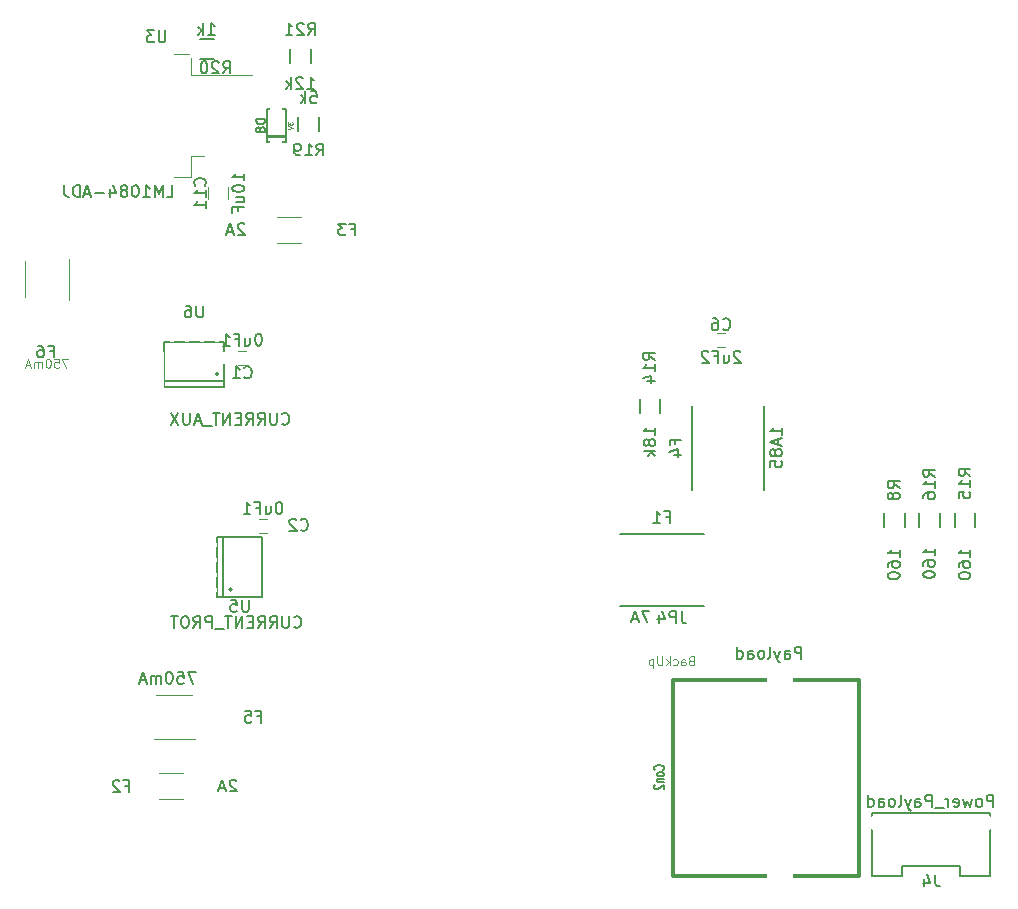
<source format=gbo>
%TF.GenerationSoftware,KiCad,Pcbnew,(2018-02-13 revision 365ab99a6)-makepkg*%
%TF.CreationDate,2018-03-19T17:21:01+01:00*%
%TF.ProjectId,Autopilot_Rev0,4175746F70696C6F745F526576302E6B,rev?*%
%TF.SameCoordinates,Original*%
%TF.FileFunction,Legend,Bot*%
%TF.FilePolarity,Positive*%
%FSLAX46Y46*%
G04 Gerber Fmt 4.6, Leading zero omitted, Abs format (unit mm)*
G04 Created by KiCad (PCBNEW (2018-02-13 revision 365ab99a6)-makepkg) date 03/19/18 17:21:01*
%MOMM*%
%LPD*%
G01*
G04 APERTURE LIST*
%ADD10C,0.150000*%
%ADD11C,0.127000*%
%ADD12C,0.120000*%
%ADD13C,0.300000*%
%ADD14C,0.200000*%
%ADD15C,0.100000*%
%ADD16C,4.200000*%
%ADD17C,2.640000*%
%ADD18C,2.240000*%
%ADD19R,2.240000X2.240000*%
%ADD20C,0.800000*%
%ADD21O,1.713200X0.849600*%
%ADD22C,3.800000*%
%ADD23C,0.950000*%
%ADD24R,1.090900X1.090900*%
%ADD25R,9.640000X11.040000*%
%ADD26R,4.840000X1.340000*%
%ADD27R,1.540000X0.940000*%
%ADD28R,0.940000X1.540000*%
%ADD29R,1.490000X1.240000*%
%ADD30R,1.440000X0.990000*%
%ADD31R,3.740000X3.740000*%
%ADD32R,5.840000X2.540000*%
%ADD33R,2.240000X1.940000*%
%ADD34R,2.540000X5.840000*%
%ADD35C,1.440000*%
%ADD36C,1.740000*%
%ADD37C,5.840000*%
%ADD38O,0.849600X1.713200*%
%ADD39O,1.900000X1.200000*%
%ADD40R,1.900000X1.200000*%
%ADD41O,2.440000X1.340000*%
%ADD42O,2.040000X1.340000*%
%ADD43C,6.740000*%
%ADD44C,3.540000*%
%ADD45C,1.741140*%
G04 APERTURE END LIST*
D10*
%TO.C,U5*%
X188445000Y-130335000D02*
X192255000Y-130335000D01*
X188445000Y-135415000D02*
X192255000Y-135415000D01*
X188445000Y-135415000D02*
X188445000Y-130335000D01*
X192255000Y-135415000D02*
X192255000Y-130335000D01*
X188953000Y-135415000D02*
X188953000Y-130335000D01*
X189715000Y-134780000D02*
G75*
G03X189715000Y-134780000I-127000J0D01*
G01*
D11*
%TO.C,D8*%
X194250100Y-94075460D02*
X192649900Y-94075460D01*
X194250100Y-96874540D02*
X194250100Y-94075460D01*
X192649900Y-96874540D02*
X194250100Y-96874540D01*
X192649900Y-94075460D02*
X192649900Y-96874540D01*
X192649900Y-96475760D02*
X194250100Y-96475760D01*
X194250100Y-96374160D02*
X192649900Y-96374160D01*
D12*
%TO.C,U3*%
X186250000Y-98015000D02*
X187350000Y-98015000D01*
X186250000Y-99825000D02*
X186250000Y-98015000D01*
X184750000Y-99825000D02*
X186250000Y-99825000D01*
X186250000Y-91235000D02*
X191375000Y-91235000D01*
X186250000Y-89425000D02*
X186250000Y-91235000D01*
X184750000Y-89425000D02*
X186250000Y-89425000D01*
D10*
%TO.C,R21*%
X194625000Y-89000000D02*
X194625000Y-90200000D01*
X196375000Y-90200000D02*
X196375000Y-89000000D01*
%TO.C,R20*%
X188150000Y-88125000D02*
X186950000Y-88125000D01*
X186950000Y-89875000D02*
X188150000Y-89875000D01*
%TO.C,R19*%
X195325000Y-94725000D02*
X195325000Y-95925000D01*
X197075000Y-95925000D02*
X197075000Y-94725000D01*
D12*
%TO.C,C11*%
X189375000Y-100700000D02*
X189375000Y-101700000D01*
X187675000Y-101700000D02*
X187675000Y-100700000D01*
%TO.C,C1*%
X190925000Y-114575000D02*
X190225000Y-114575000D01*
X190225000Y-115775000D02*
X190925000Y-115775000D01*
%TO.C,C2*%
X192675000Y-128800000D02*
X191975000Y-128800000D01*
X191975000Y-130000000D02*
X192675000Y-130000000D01*
D10*
%TO.C,R15*%
X252641819Y-129440018D02*
X252641819Y-128240018D01*
X250891819Y-128240018D02*
X250891819Y-129440018D01*
D12*
%TO.C,F6*%
X175930000Y-110255000D02*
X175930000Y-106795000D01*
X172170000Y-110255000D02*
X172170000Y-106795000D01*
%TO.C,F5*%
X183095000Y-143695000D02*
X186555000Y-143695000D01*
X183095000Y-147455000D02*
X186555000Y-147455000D01*
D10*
%TO.C,R14*%
X224225000Y-118600000D02*
X224225000Y-119800000D01*
X225975000Y-119800000D02*
X225975000Y-118600000D01*
%TO.C,R8*%
X246641819Y-129488782D02*
X246641819Y-128288782D01*
X244891819Y-128288782D02*
X244891819Y-129488782D01*
%TO.C,F4*%
X228652000Y-126356000D02*
X228652000Y-119244000D01*
X234748000Y-126356000D02*
X234748000Y-119244000D01*
D12*
%TO.C,F3*%
X193525000Y-105395000D02*
X195525000Y-105395000D01*
X195525000Y-103255000D02*
X193525000Y-103255000D01*
%TO.C,F2*%
X185550000Y-150330000D02*
X183550000Y-150330000D01*
X183550000Y-152470000D02*
X185550000Y-152470000D01*
D10*
%TO.C,F1*%
X222544000Y-136148000D02*
X229656000Y-136148000D01*
X222544000Y-130052000D02*
X229656000Y-130052000D01*
%TO.C,R16*%
X249641819Y-129490018D02*
X249641819Y-128290018D01*
X247891819Y-128290018D02*
X247891819Y-129490018D01*
D12*
%TO.C,C6*%
X230750000Y-114200000D02*
X231450000Y-114200000D01*
X231450000Y-113000000D02*
X230750000Y-113000000D01*
D10*
%TO.C,U6*%
X188532000Y-116512000D02*
G75*
G03X188532000Y-116512000I-127000J0D01*
G01*
X189040000Y-117147000D02*
X183960000Y-117147000D01*
X189040000Y-113845000D02*
X183960000Y-113845000D01*
X189040000Y-117655000D02*
X183960000Y-117655000D01*
X189040000Y-117655000D02*
X189040000Y-113845000D01*
X183960000Y-117655000D02*
X183960000Y-113845000D01*
D13*
%TO.C,Con2*%
X242820000Y-159024500D02*
X242820000Y-142387500D01*
X227008500Y-142387500D02*
X234882500Y-142387500D01*
X227008500Y-159024500D02*
X234882500Y-159024500D01*
X227008500Y-159024500D02*
X227008500Y-142387500D01*
X242820000Y-142387500D02*
X237295500Y-142387500D01*
X242820000Y-159024500D02*
X237295500Y-159024500D01*
D14*
%TO.C,J4*%
X251300000Y-159000000D02*
X251300000Y-158200000D01*
X251400000Y-159000000D02*
X253900000Y-159000000D01*
X253900000Y-153700000D02*
X253900000Y-153900000D01*
X253900000Y-155000000D02*
X253900000Y-159000000D01*
X243900000Y-159000000D02*
X243900000Y-155000000D01*
X243900000Y-153700000D02*
X243900000Y-153900000D01*
X243900000Y-159000000D02*
X246400000Y-159000000D01*
X246400000Y-159000000D02*
X246400000Y-158200000D01*
X253900000Y-153700000D02*
X243900000Y-153700000D01*
X251300000Y-158200000D02*
X246400000Y-158200000D01*
%TD*%
D15*
%TO.C,Con2*%
X234260000Y-157056000D02*
G75*
G03X234260000Y-157056000I-1600000J0D01*
G01*
X234260000Y-144356000D02*
G75*
G03X234260000Y-144356000I-1600000J0D01*
G01*
%TD*%
%TO.C,J4*%
X244950000Y-154500000D02*
G75*
G03X244950000Y-154500000I-550000J0D01*
G01*
X253950000Y-154500000D02*
G75*
G03X253950000Y-154500000I-550000J0D01*
G01*
X246600000Y-156200000D02*
G75*
G03X246600000Y-156200000I-700000J0D01*
G01*
X248600000Y-156200000D02*
G75*
G03X248600000Y-156200000I-700000J0D01*
G01*
X250600000Y-156200000D02*
G75*
G03X250600000Y-156200000I-700000J0D01*
G01*
X252600000Y-156200000D02*
G75*
G03X252600000Y-156200000I-700000J0D01*
G01*
%TD*%
%TO.C,JP4*%
D10*
X227758333Y-136602380D02*
X227758333Y-137316666D01*
X227805952Y-137459523D01*
X227901190Y-137554761D01*
X228044047Y-137602380D01*
X228139285Y-137602380D01*
X227282142Y-137602380D02*
X227282142Y-136602380D01*
X226901190Y-136602380D01*
X226805952Y-136650000D01*
X226758333Y-136697619D01*
X226710714Y-136792857D01*
X226710714Y-136935714D01*
X226758333Y-137030952D01*
X226805952Y-137078571D01*
X226901190Y-137126190D01*
X227282142Y-137126190D01*
X225853571Y-136935714D02*
X225853571Y-137602380D01*
X226091666Y-136554761D02*
X226329761Y-137269047D01*
X225710714Y-137269047D01*
D15*
X228567857Y-140771428D02*
X228460714Y-140807142D01*
X228425000Y-140842857D01*
X228389285Y-140914285D01*
X228389285Y-141021428D01*
X228425000Y-141092857D01*
X228460714Y-141128571D01*
X228532142Y-141164285D01*
X228817857Y-141164285D01*
X228817857Y-140414285D01*
X228567857Y-140414285D01*
X228496428Y-140450000D01*
X228460714Y-140485714D01*
X228425000Y-140557142D01*
X228425000Y-140628571D01*
X228460714Y-140700000D01*
X228496428Y-140735714D01*
X228567857Y-140771428D01*
X228817857Y-140771428D01*
X227746428Y-141164285D02*
X227746428Y-140771428D01*
X227782142Y-140700000D01*
X227853571Y-140664285D01*
X227996428Y-140664285D01*
X228067857Y-140700000D01*
X227746428Y-141128571D02*
X227817857Y-141164285D01*
X227996428Y-141164285D01*
X228067857Y-141128571D01*
X228103571Y-141057142D01*
X228103571Y-140985714D01*
X228067857Y-140914285D01*
X227996428Y-140878571D01*
X227817857Y-140878571D01*
X227746428Y-140842857D01*
X227067857Y-141128571D02*
X227139285Y-141164285D01*
X227282142Y-141164285D01*
X227353571Y-141128571D01*
X227389285Y-141092857D01*
X227425000Y-141021428D01*
X227425000Y-140807142D01*
X227389285Y-140735714D01*
X227353571Y-140700000D01*
X227282142Y-140664285D01*
X227139285Y-140664285D01*
X227067857Y-140700000D01*
X226746428Y-141164285D02*
X226746428Y-140414285D01*
X226675000Y-140878571D02*
X226460714Y-141164285D01*
X226460714Y-140664285D02*
X226746428Y-140950000D01*
X226139285Y-140414285D02*
X226139285Y-141021428D01*
X226103571Y-141092857D01*
X226067857Y-141128571D01*
X225996428Y-141164285D01*
X225853571Y-141164285D01*
X225782142Y-141128571D01*
X225746428Y-141092857D01*
X225710714Y-141021428D01*
X225710714Y-140414285D01*
X225353571Y-140664285D02*
X225353571Y-141414285D01*
X225353571Y-140700000D02*
X225282142Y-140664285D01*
X225139285Y-140664285D01*
X225067857Y-140700000D01*
X225032142Y-140735714D01*
X224996428Y-140807142D01*
X224996428Y-141021428D01*
X225032142Y-141092857D01*
X225067857Y-141128571D01*
X225139285Y-141164285D01*
X225282142Y-141164285D01*
X225353571Y-141128571D01*
%TO.C,U5*%
D10*
X191123904Y-135632380D02*
X191123904Y-136441904D01*
X191076285Y-136537142D01*
X191028666Y-136584761D01*
X190933428Y-136632380D01*
X190742952Y-136632380D01*
X190647714Y-136584761D01*
X190600095Y-136537142D01*
X190552476Y-136441904D01*
X190552476Y-135632380D01*
X189600095Y-135632380D02*
X190076285Y-135632380D01*
X190123904Y-136108571D01*
X190076285Y-136060952D01*
X189981047Y-136013333D01*
X189742952Y-136013333D01*
X189647714Y-136060952D01*
X189600095Y-136108571D01*
X189552476Y-136203809D01*
X189552476Y-136441904D01*
X189600095Y-136537142D01*
X189647714Y-136584761D01*
X189742952Y-136632380D01*
X189981047Y-136632380D01*
X190076285Y-136584761D01*
X190123904Y-136537142D01*
X194957142Y-137907142D02*
X195004761Y-137954761D01*
X195147619Y-138002380D01*
X195242857Y-138002380D01*
X195385714Y-137954761D01*
X195480952Y-137859523D01*
X195528571Y-137764285D01*
X195576190Y-137573809D01*
X195576190Y-137430952D01*
X195528571Y-137240476D01*
X195480952Y-137145238D01*
X195385714Y-137050000D01*
X195242857Y-137002380D01*
X195147619Y-137002380D01*
X195004761Y-137050000D01*
X194957142Y-137097619D01*
X194528571Y-137002380D02*
X194528571Y-137811904D01*
X194480952Y-137907142D01*
X194433333Y-137954761D01*
X194338095Y-138002380D01*
X194147619Y-138002380D01*
X194052380Y-137954761D01*
X194004761Y-137907142D01*
X193957142Y-137811904D01*
X193957142Y-137002380D01*
X192909523Y-138002380D02*
X193242857Y-137526190D01*
X193480952Y-138002380D02*
X193480952Y-137002380D01*
X193100000Y-137002380D01*
X193004761Y-137050000D01*
X192957142Y-137097619D01*
X192909523Y-137192857D01*
X192909523Y-137335714D01*
X192957142Y-137430952D01*
X193004761Y-137478571D01*
X193100000Y-137526190D01*
X193480952Y-137526190D01*
X191909523Y-138002380D02*
X192242857Y-137526190D01*
X192480952Y-138002380D02*
X192480952Y-137002380D01*
X192100000Y-137002380D01*
X192004761Y-137050000D01*
X191957142Y-137097619D01*
X191909523Y-137192857D01*
X191909523Y-137335714D01*
X191957142Y-137430952D01*
X192004761Y-137478571D01*
X192100000Y-137526190D01*
X192480952Y-137526190D01*
X191480952Y-137478571D02*
X191147619Y-137478571D01*
X191004761Y-138002380D02*
X191480952Y-138002380D01*
X191480952Y-137002380D01*
X191004761Y-137002380D01*
X190576190Y-138002380D02*
X190576190Y-137002380D01*
X190004761Y-138002380D01*
X190004761Y-137002380D01*
X189671428Y-137002380D02*
X189100000Y-137002380D01*
X189385714Y-138002380D02*
X189385714Y-137002380D01*
X189004761Y-138097619D02*
X188242857Y-138097619D01*
X188004761Y-138002380D02*
X188004761Y-137002380D01*
X187623809Y-137002380D01*
X187528571Y-137050000D01*
X187480952Y-137097619D01*
X187433333Y-137192857D01*
X187433333Y-137335714D01*
X187480952Y-137430952D01*
X187528571Y-137478571D01*
X187623809Y-137526190D01*
X188004761Y-137526190D01*
X186433333Y-138002380D02*
X186766666Y-137526190D01*
X187004761Y-138002380D02*
X187004761Y-137002380D01*
X186623809Y-137002380D01*
X186528571Y-137050000D01*
X186480952Y-137097619D01*
X186433333Y-137192857D01*
X186433333Y-137335714D01*
X186480952Y-137430952D01*
X186528571Y-137478571D01*
X186623809Y-137526190D01*
X187004761Y-137526190D01*
X185814285Y-137002380D02*
X185623809Y-137002380D01*
X185528571Y-137050000D01*
X185433333Y-137145238D01*
X185385714Y-137335714D01*
X185385714Y-137669047D01*
X185433333Y-137859523D01*
X185528571Y-137954761D01*
X185623809Y-138002380D01*
X185814285Y-138002380D01*
X185909523Y-137954761D01*
X186004761Y-137859523D01*
X186052380Y-137669047D01*
X186052380Y-137335714D01*
X186004761Y-137145238D01*
X185909523Y-137050000D01*
X185814285Y-137002380D01*
X185100000Y-137002380D02*
X184528571Y-137002380D01*
X184814285Y-138002380D02*
X184814285Y-137002380D01*
%TO.C,D8*%
X192488805Y-94921428D02*
X191738805Y-94921428D01*
X191738805Y-95100000D01*
X191774520Y-95207142D01*
X191845948Y-95278571D01*
X191917377Y-95314285D01*
X192060234Y-95350000D01*
X192167377Y-95350000D01*
X192310234Y-95314285D01*
X192381662Y-95278571D01*
X192453091Y-95207142D01*
X192488805Y-95100000D01*
X192488805Y-94921428D01*
X192060234Y-95778571D02*
X192024520Y-95707142D01*
X191988805Y-95671428D01*
X191917377Y-95635714D01*
X191881662Y-95635714D01*
X191810234Y-95671428D01*
X191774520Y-95707142D01*
X191738805Y-95778571D01*
X191738805Y-95921428D01*
X191774520Y-95992857D01*
X191810234Y-96028571D01*
X191881662Y-96064285D01*
X191917377Y-96064285D01*
X191988805Y-96028571D01*
X192024520Y-95992857D01*
X192060234Y-95921428D01*
X192060234Y-95778571D01*
X192095948Y-95707142D01*
X192131662Y-95671428D01*
X192203091Y-95635714D01*
X192345948Y-95635714D01*
X192417377Y-95671428D01*
X192453091Y-95707142D01*
X192488805Y-95778571D01*
X192488805Y-95921428D01*
X192453091Y-95992857D01*
X192417377Y-96028571D01*
X192345948Y-96064285D01*
X192203091Y-96064285D01*
X192131662Y-96028571D01*
X192095948Y-95992857D01*
X192060234Y-95921428D01*
D15*
X194429832Y-95170238D02*
X194429832Y-95417857D01*
X194582213Y-95284523D01*
X194582213Y-95341666D01*
X194601260Y-95379761D01*
X194620308Y-95398809D01*
X194658403Y-95417857D01*
X194753641Y-95417857D01*
X194791737Y-95398809D01*
X194810784Y-95379761D01*
X194829832Y-95341666D01*
X194829832Y-95227380D01*
X194810784Y-95189285D01*
X194791737Y-95170238D01*
X194429832Y-95532142D02*
X194829832Y-95665476D01*
X194429832Y-95798809D01*
%TO.C,U3*%
D10*
X184061904Y-87427380D02*
X184061904Y-88236904D01*
X184014285Y-88332142D01*
X183966666Y-88379761D01*
X183871428Y-88427380D01*
X183680952Y-88427380D01*
X183585714Y-88379761D01*
X183538095Y-88332142D01*
X183490476Y-88236904D01*
X183490476Y-87427380D01*
X183109523Y-87427380D02*
X182490476Y-87427380D01*
X182823809Y-87808333D01*
X182680952Y-87808333D01*
X182585714Y-87855952D01*
X182538095Y-87903571D01*
X182490476Y-87998809D01*
X182490476Y-88236904D01*
X182538095Y-88332142D01*
X182585714Y-88379761D01*
X182680952Y-88427380D01*
X182966666Y-88427380D01*
X183061904Y-88379761D01*
X183109523Y-88332142D01*
X184170238Y-101527380D02*
X184646428Y-101527380D01*
X184646428Y-100527380D01*
X183836904Y-101527380D02*
X183836904Y-100527380D01*
X183503571Y-101241666D01*
X183170238Y-100527380D01*
X183170238Y-101527380D01*
X182170238Y-101527380D02*
X182741666Y-101527380D01*
X182455952Y-101527380D02*
X182455952Y-100527380D01*
X182551190Y-100670238D01*
X182646428Y-100765476D01*
X182741666Y-100813095D01*
X181551190Y-100527380D02*
X181455952Y-100527380D01*
X181360714Y-100575000D01*
X181313095Y-100622619D01*
X181265476Y-100717857D01*
X181217857Y-100908333D01*
X181217857Y-101146428D01*
X181265476Y-101336904D01*
X181313095Y-101432142D01*
X181360714Y-101479761D01*
X181455952Y-101527380D01*
X181551190Y-101527380D01*
X181646428Y-101479761D01*
X181694047Y-101432142D01*
X181741666Y-101336904D01*
X181789285Y-101146428D01*
X181789285Y-100908333D01*
X181741666Y-100717857D01*
X181694047Y-100622619D01*
X181646428Y-100575000D01*
X181551190Y-100527380D01*
X180646428Y-100955952D02*
X180741666Y-100908333D01*
X180789285Y-100860714D01*
X180836904Y-100765476D01*
X180836904Y-100717857D01*
X180789285Y-100622619D01*
X180741666Y-100575000D01*
X180646428Y-100527380D01*
X180455952Y-100527380D01*
X180360714Y-100575000D01*
X180313095Y-100622619D01*
X180265476Y-100717857D01*
X180265476Y-100765476D01*
X180313095Y-100860714D01*
X180360714Y-100908333D01*
X180455952Y-100955952D01*
X180646428Y-100955952D01*
X180741666Y-101003571D01*
X180789285Y-101051190D01*
X180836904Y-101146428D01*
X180836904Y-101336904D01*
X180789285Y-101432142D01*
X180741666Y-101479761D01*
X180646428Y-101527380D01*
X180455952Y-101527380D01*
X180360714Y-101479761D01*
X180313095Y-101432142D01*
X180265476Y-101336904D01*
X180265476Y-101146428D01*
X180313095Y-101051190D01*
X180360714Y-101003571D01*
X180455952Y-100955952D01*
X179408333Y-100860714D02*
X179408333Y-101527380D01*
X179646428Y-100479761D02*
X179884523Y-101194047D01*
X179265476Y-101194047D01*
X178884523Y-101146428D02*
X178122619Y-101146428D01*
X177694047Y-101241666D02*
X177217857Y-101241666D01*
X177789285Y-101527380D02*
X177455952Y-100527380D01*
X177122619Y-101527380D01*
X176789285Y-101527380D02*
X176789285Y-100527380D01*
X176551190Y-100527380D01*
X176408333Y-100575000D01*
X176313095Y-100670238D01*
X176265476Y-100765476D01*
X176217857Y-100955952D01*
X176217857Y-101098809D01*
X176265476Y-101289285D01*
X176313095Y-101384523D01*
X176408333Y-101479761D01*
X176551190Y-101527380D01*
X176789285Y-101527380D01*
X175503571Y-100527380D02*
X175503571Y-101241666D01*
X175551190Y-101384523D01*
X175646428Y-101479761D01*
X175789285Y-101527380D01*
X175884523Y-101527380D01*
%TO.C,R21*%
X196142857Y-87802380D02*
X196476190Y-87326190D01*
X196714285Y-87802380D02*
X196714285Y-86802380D01*
X196333333Y-86802380D01*
X196238095Y-86850000D01*
X196190476Y-86897619D01*
X196142857Y-86992857D01*
X196142857Y-87135714D01*
X196190476Y-87230952D01*
X196238095Y-87278571D01*
X196333333Y-87326190D01*
X196714285Y-87326190D01*
X195761904Y-86897619D02*
X195714285Y-86850000D01*
X195619047Y-86802380D01*
X195380952Y-86802380D01*
X195285714Y-86850000D01*
X195238095Y-86897619D01*
X195190476Y-86992857D01*
X195190476Y-87088095D01*
X195238095Y-87230952D01*
X195809523Y-87802380D01*
X195190476Y-87802380D01*
X194238095Y-87802380D02*
X194809523Y-87802380D01*
X194523809Y-87802380D02*
X194523809Y-86802380D01*
X194619047Y-86945238D01*
X194714285Y-87040476D01*
X194809523Y-87088095D01*
X196070238Y-92377380D02*
X196641666Y-92377380D01*
X196355952Y-92377380D02*
X196355952Y-91377380D01*
X196451190Y-91520238D01*
X196546428Y-91615476D01*
X196641666Y-91663095D01*
X195689285Y-91472619D02*
X195641666Y-91425000D01*
X195546428Y-91377380D01*
X195308333Y-91377380D01*
X195213095Y-91425000D01*
X195165476Y-91472619D01*
X195117857Y-91567857D01*
X195117857Y-91663095D01*
X195165476Y-91805952D01*
X195736904Y-92377380D01*
X195117857Y-92377380D01*
X194689285Y-92377380D02*
X194689285Y-91377380D01*
X194594047Y-91996428D02*
X194308333Y-92377380D01*
X194308333Y-91710714D02*
X194689285Y-92091666D01*
%TO.C,R20*%
X188942857Y-91052380D02*
X189276190Y-90576190D01*
X189514285Y-91052380D02*
X189514285Y-90052380D01*
X189133333Y-90052380D01*
X189038095Y-90100000D01*
X188990476Y-90147619D01*
X188942857Y-90242857D01*
X188942857Y-90385714D01*
X188990476Y-90480952D01*
X189038095Y-90528571D01*
X189133333Y-90576190D01*
X189514285Y-90576190D01*
X188561904Y-90147619D02*
X188514285Y-90100000D01*
X188419047Y-90052380D01*
X188180952Y-90052380D01*
X188085714Y-90100000D01*
X188038095Y-90147619D01*
X187990476Y-90242857D01*
X187990476Y-90338095D01*
X188038095Y-90480952D01*
X188609523Y-91052380D01*
X187990476Y-91052380D01*
X187371428Y-90052380D02*
X187276190Y-90052380D01*
X187180952Y-90100000D01*
X187133333Y-90147619D01*
X187085714Y-90242857D01*
X187038095Y-90433333D01*
X187038095Y-90671428D01*
X187085714Y-90861904D01*
X187133333Y-90957142D01*
X187180952Y-91004761D01*
X187276190Y-91052380D01*
X187371428Y-91052380D01*
X187466666Y-91004761D01*
X187514285Y-90957142D01*
X187561904Y-90861904D01*
X187609523Y-90671428D01*
X187609523Y-90433333D01*
X187561904Y-90242857D01*
X187514285Y-90147619D01*
X187466666Y-90100000D01*
X187371428Y-90052380D01*
X187669047Y-87777380D02*
X188240476Y-87777380D01*
X187954761Y-87777380D02*
X187954761Y-86777380D01*
X188050000Y-86920238D01*
X188145238Y-87015476D01*
X188240476Y-87063095D01*
X187240476Y-87777380D02*
X187240476Y-86777380D01*
X187145238Y-87396428D02*
X186859523Y-87777380D01*
X186859523Y-87110714D02*
X187240476Y-87491666D01*
%TO.C,R19*%
X196842857Y-98002380D02*
X197176190Y-97526190D01*
X197414285Y-98002380D02*
X197414285Y-97002380D01*
X197033333Y-97002380D01*
X196938095Y-97050000D01*
X196890476Y-97097619D01*
X196842857Y-97192857D01*
X196842857Y-97335714D01*
X196890476Y-97430952D01*
X196938095Y-97478571D01*
X197033333Y-97526190D01*
X197414285Y-97526190D01*
X195890476Y-98002380D02*
X196461904Y-98002380D01*
X196176190Y-98002380D02*
X196176190Y-97002380D01*
X196271428Y-97145238D01*
X196366666Y-97240476D01*
X196461904Y-97288095D01*
X195414285Y-98002380D02*
X195223809Y-98002380D01*
X195128571Y-97954761D01*
X195080952Y-97907142D01*
X194985714Y-97764285D01*
X194938095Y-97573809D01*
X194938095Y-97192857D01*
X194985714Y-97097619D01*
X195033333Y-97050000D01*
X195128571Y-97002380D01*
X195319047Y-97002380D01*
X195414285Y-97050000D01*
X195461904Y-97097619D01*
X195509523Y-97192857D01*
X195509523Y-97430952D01*
X195461904Y-97526190D01*
X195414285Y-97573809D01*
X195319047Y-97621428D01*
X195128571Y-97621428D01*
X195033333Y-97573809D01*
X194985714Y-97526190D01*
X194938095Y-97430952D01*
X196366666Y-92577380D02*
X196842857Y-92577380D01*
X196890476Y-93053571D01*
X196842857Y-93005952D01*
X196747619Y-92958333D01*
X196509523Y-92958333D01*
X196414285Y-93005952D01*
X196366666Y-93053571D01*
X196319047Y-93148809D01*
X196319047Y-93386904D01*
X196366666Y-93482142D01*
X196414285Y-93529761D01*
X196509523Y-93577380D01*
X196747619Y-93577380D01*
X196842857Y-93529761D01*
X196890476Y-93482142D01*
X195890476Y-93577380D02*
X195890476Y-92577380D01*
X195795238Y-93196428D02*
X195509523Y-93577380D01*
X195509523Y-92910714D02*
X195890476Y-93291666D01*
%TO.C,C11*%
X187382142Y-100557142D02*
X187429761Y-100509523D01*
X187477380Y-100366666D01*
X187477380Y-100271428D01*
X187429761Y-100128571D01*
X187334523Y-100033333D01*
X187239285Y-99985714D01*
X187048809Y-99938095D01*
X186905952Y-99938095D01*
X186715476Y-99985714D01*
X186620238Y-100033333D01*
X186525000Y-100128571D01*
X186477380Y-100271428D01*
X186477380Y-100366666D01*
X186525000Y-100509523D01*
X186572619Y-100557142D01*
X187477380Y-101509523D02*
X187477380Y-100938095D01*
X187477380Y-101223809D02*
X186477380Y-101223809D01*
X186620238Y-101128571D01*
X186715476Y-101033333D01*
X186763095Y-100938095D01*
X187477380Y-102461904D02*
X187477380Y-101890476D01*
X187477380Y-102176190D02*
X186477380Y-102176190D01*
X186620238Y-102080952D01*
X186715476Y-101985714D01*
X186763095Y-101890476D01*
X190727380Y-100128571D02*
X190727380Y-99557142D01*
X190727380Y-99842857D02*
X189727380Y-99842857D01*
X189870238Y-99747619D01*
X189965476Y-99652380D01*
X190013095Y-99557142D01*
X189727380Y-100747619D02*
X189727380Y-100842857D01*
X189775000Y-100938095D01*
X189822619Y-100985714D01*
X189917857Y-101033333D01*
X190108333Y-101080952D01*
X190346428Y-101080952D01*
X190536904Y-101033333D01*
X190632142Y-100985714D01*
X190679761Y-100938095D01*
X190727380Y-100842857D01*
X190727380Y-100747619D01*
X190679761Y-100652380D01*
X190632142Y-100604761D01*
X190536904Y-100557142D01*
X190346428Y-100509523D01*
X190108333Y-100509523D01*
X189917857Y-100557142D01*
X189822619Y-100604761D01*
X189775000Y-100652380D01*
X189727380Y-100747619D01*
X190060714Y-101938095D02*
X190727380Y-101938095D01*
X190060714Y-101509523D02*
X190584523Y-101509523D01*
X190679761Y-101557142D01*
X190727380Y-101652380D01*
X190727380Y-101795238D01*
X190679761Y-101890476D01*
X190632142Y-101938095D01*
X190203571Y-102747619D02*
X190203571Y-102414285D01*
X190727380Y-102414285D02*
X189727380Y-102414285D01*
X189727380Y-102890476D01*
%TO.C,C1*%
X190741666Y-116782142D02*
X190789285Y-116829761D01*
X190932142Y-116877380D01*
X191027380Y-116877380D01*
X191170238Y-116829761D01*
X191265476Y-116734523D01*
X191313095Y-116639285D01*
X191360714Y-116448809D01*
X191360714Y-116305952D01*
X191313095Y-116115476D01*
X191265476Y-116020238D01*
X191170238Y-115925000D01*
X191027380Y-115877380D01*
X190932142Y-115877380D01*
X190789285Y-115925000D01*
X190741666Y-115972619D01*
X189789285Y-116877380D02*
X190360714Y-116877380D01*
X190075000Y-116877380D02*
X190075000Y-115877380D01*
X190170238Y-116020238D01*
X190265476Y-116115476D01*
X190360714Y-116163095D01*
X191979761Y-113102380D02*
X191884523Y-113102380D01*
X191789285Y-113150000D01*
X191741666Y-113197619D01*
X191694047Y-113292857D01*
X191646428Y-113483333D01*
X191646428Y-113721428D01*
X191694047Y-113911904D01*
X191741666Y-114007142D01*
X191789285Y-114054761D01*
X191884523Y-114102380D01*
X191979761Y-114102380D01*
X192075000Y-114054761D01*
X192122619Y-114007142D01*
X192170238Y-113911904D01*
X192217857Y-113721428D01*
X192217857Y-113483333D01*
X192170238Y-113292857D01*
X192122619Y-113197619D01*
X192075000Y-113150000D01*
X191979761Y-113102380D01*
X190789285Y-113435714D02*
X190789285Y-114102380D01*
X191217857Y-113435714D02*
X191217857Y-113959523D01*
X191170238Y-114054761D01*
X191075000Y-114102380D01*
X190932142Y-114102380D01*
X190836904Y-114054761D01*
X190789285Y-114007142D01*
X189979761Y-113578571D02*
X190313095Y-113578571D01*
X190313095Y-114102380D02*
X190313095Y-113102380D01*
X189836904Y-113102380D01*
X188932142Y-114102380D02*
X189503571Y-114102380D01*
X189217857Y-114102380D02*
X189217857Y-113102380D01*
X189313095Y-113245238D01*
X189408333Y-113340476D01*
X189503571Y-113388095D01*
%TO.C,C2*%
X195516666Y-129682142D02*
X195564285Y-129729761D01*
X195707142Y-129777380D01*
X195802380Y-129777380D01*
X195945238Y-129729761D01*
X196040476Y-129634523D01*
X196088095Y-129539285D01*
X196135714Y-129348809D01*
X196135714Y-129205952D01*
X196088095Y-129015476D01*
X196040476Y-128920238D01*
X195945238Y-128825000D01*
X195802380Y-128777380D01*
X195707142Y-128777380D01*
X195564285Y-128825000D01*
X195516666Y-128872619D01*
X195135714Y-128872619D02*
X195088095Y-128825000D01*
X194992857Y-128777380D01*
X194754761Y-128777380D01*
X194659523Y-128825000D01*
X194611904Y-128872619D01*
X194564285Y-128967857D01*
X194564285Y-129063095D01*
X194611904Y-129205952D01*
X195183333Y-129777380D01*
X194564285Y-129777380D01*
X193729761Y-127352380D02*
X193634523Y-127352380D01*
X193539285Y-127400000D01*
X193491666Y-127447619D01*
X193444047Y-127542857D01*
X193396428Y-127733333D01*
X193396428Y-127971428D01*
X193444047Y-128161904D01*
X193491666Y-128257142D01*
X193539285Y-128304761D01*
X193634523Y-128352380D01*
X193729761Y-128352380D01*
X193825000Y-128304761D01*
X193872619Y-128257142D01*
X193920238Y-128161904D01*
X193967857Y-127971428D01*
X193967857Y-127733333D01*
X193920238Y-127542857D01*
X193872619Y-127447619D01*
X193825000Y-127400000D01*
X193729761Y-127352380D01*
X192539285Y-127685714D02*
X192539285Y-128352380D01*
X192967857Y-127685714D02*
X192967857Y-128209523D01*
X192920238Y-128304761D01*
X192825000Y-128352380D01*
X192682142Y-128352380D01*
X192586904Y-128304761D01*
X192539285Y-128257142D01*
X191729761Y-127828571D02*
X192063095Y-127828571D01*
X192063095Y-128352380D02*
X192063095Y-127352380D01*
X191586904Y-127352380D01*
X190682142Y-128352380D02*
X191253571Y-128352380D01*
X190967857Y-128352380D02*
X190967857Y-127352380D01*
X191063095Y-127495238D01*
X191158333Y-127590476D01*
X191253571Y-127638095D01*
%TO.C,R15*%
X252219199Y-125147160D02*
X251743009Y-124813827D01*
X252219199Y-124575732D02*
X251219199Y-124575732D01*
X251219199Y-124956684D01*
X251266819Y-125051922D01*
X251314438Y-125099541D01*
X251409676Y-125147160D01*
X251552533Y-125147160D01*
X251647771Y-125099541D01*
X251695390Y-125051922D01*
X251743009Y-124956684D01*
X251743009Y-124575732D01*
X252219199Y-126099541D02*
X252219199Y-125528113D01*
X252219199Y-125813827D02*
X251219199Y-125813827D01*
X251362057Y-125718589D01*
X251457295Y-125623351D01*
X251504914Y-125528113D01*
X251219199Y-127004303D02*
X251219199Y-126528113D01*
X251695390Y-126480494D01*
X251647771Y-126528113D01*
X251600152Y-126623351D01*
X251600152Y-126861446D01*
X251647771Y-126956684D01*
X251695390Y-127004303D01*
X251790628Y-127051922D01*
X252028723Y-127051922D01*
X252123961Y-127004303D01*
X252171580Y-126956684D01*
X252219199Y-126861446D01*
X252219199Y-126623351D01*
X252171580Y-126528113D01*
X252123961Y-126480494D01*
X252219199Y-131973351D02*
X252219199Y-131401922D01*
X252219199Y-131687637D02*
X251219199Y-131687637D01*
X251362057Y-131592398D01*
X251457295Y-131497160D01*
X251504914Y-131401922D01*
X251219199Y-132830494D02*
X251219199Y-132640018D01*
X251266819Y-132544779D01*
X251314438Y-132497160D01*
X251457295Y-132401922D01*
X251647771Y-132354303D01*
X252028723Y-132354303D01*
X252123961Y-132401922D01*
X252171580Y-132449541D01*
X252219199Y-132544779D01*
X252219199Y-132735256D01*
X252171580Y-132830494D01*
X252123961Y-132878113D01*
X252028723Y-132925732D01*
X251790628Y-132925732D01*
X251695390Y-132878113D01*
X251647771Y-132830494D01*
X251600152Y-132735256D01*
X251600152Y-132544779D01*
X251647771Y-132449541D01*
X251695390Y-132401922D01*
X251790628Y-132354303D01*
X251219199Y-133544779D02*
X251219199Y-133640018D01*
X251266819Y-133735256D01*
X251314438Y-133782875D01*
X251409676Y-133830494D01*
X251600152Y-133878113D01*
X251838247Y-133878113D01*
X252028723Y-133830494D01*
X252123961Y-133782875D01*
X252171580Y-133735256D01*
X252219199Y-133640018D01*
X252219199Y-133544779D01*
X252171580Y-133449541D01*
X252123961Y-133401922D01*
X252028723Y-133354303D01*
X251838247Y-133306684D01*
X251600152Y-133306684D01*
X251409676Y-133354303D01*
X251314438Y-133401922D01*
X251266819Y-133449541D01*
X251219199Y-133544779D01*
%TO.C,F6*%
X174258333Y-114578571D02*
X174591666Y-114578571D01*
X174591666Y-115102380D02*
X174591666Y-114102380D01*
X174115476Y-114102380D01*
X173305952Y-114102380D02*
X173496428Y-114102380D01*
X173591666Y-114150000D01*
X173639285Y-114197619D01*
X173734523Y-114340476D01*
X173782142Y-114530952D01*
X173782142Y-114911904D01*
X173734523Y-115007142D01*
X173686904Y-115054761D01*
X173591666Y-115102380D01*
X173401190Y-115102380D01*
X173305952Y-115054761D01*
X173258333Y-115007142D01*
X173210714Y-114911904D01*
X173210714Y-114673809D01*
X173258333Y-114578571D01*
X173305952Y-114530952D01*
X173401190Y-114483333D01*
X173591666Y-114483333D01*
X173686904Y-114530952D01*
X173734523Y-114578571D01*
X173782142Y-114673809D01*
D15*
X175810714Y-115214285D02*
X175310714Y-115214285D01*
X175632142Y-115964285D01*
X174667857Y-115214285D02*
X175025000Y-115214285D01*
X175060714Y-115571428D01*
X175025000Y-115535714D01*
X174953571Y-115500000D01*
X174775000Y-115500000D01*
X174703571Y-115535714D01*
X174667857Y-115571428D01*
X174632142Y-115642857D01*
X174632142Y-115821428D01*
X174667857Y-115892857D01*
X174703571Y-115928571D01*
X174775000Y-115964285D01*
X174953571Y-115964285D01*
X175025000Y-115928571D01*
X175060714Y-115892857D01*
X174167857Y-115214285D02*
X174096428Y-115214285D01*
X174025000Y-115250000D01*
X173989285Y-115285714D01*
X173953571Y-115357142D01*
X173917857Y-115500000D01*
X173917857Y-115678571D01*
X173953571Y-115821428D01*
X173989285Y-115892857D01*
X174025000Y-115928571D01*
X174096428Y-115964285D01*
X174167857Y-115964285D01*
X174239285Y-115928571D01*
X174275000Y-115892857D01*
X174310714Y-115821428D01*
X174346428Y-115678571D01*
X174346428Y-115500000D01*
X174310714Y-115357142D01*
X174275000Y-115285714D01*
X174239285Y-115250000D01*
X174167857Y-115214285D01*
X173596428Y-115964285D02*
X173596428Y-115464285D01*
X173596428Y-115535714D02*
X173560714Y-115500000D01*
X173489285Y-115464285D01*
X173382142Y-115464285D01*
X173310714Y-115500000D01*
X173275000Y-115571428D01*
X173275000Y-115964285D01*
X173275000Y-115571428D02*
X173239285Y-115500000D01*
X173167857Y-115464285D01*
X173060714Y-115464285D01*
X172989285Y-115500000D01*
X172953571Y-115571428D01*
X172953571Y-115964285D01*
X172632142Y-115750000D02*
X172275000Y-115750000D01*
X172703571Y-115964285D02*
X172453571Y-115214285D01*
X172203571Y-115964285D01*
%TO.C,F5*%
D10*
X191808333Y-145503571D02*
X192141666Y-145503571D01*
X192141666Y-146027380D02*
X192141666Y-145027380D01*
X191665476Y-145027380D01*
X190808333Y-145027380D02*
X191284523Y-145027380D01*
X191332142Y-145503571D01*
X191284523Y-145455952D01*
X191189285Y-145408333D01*
X190951190Y-145408333D01*
X190855952Y-145455952D01*
X190808333Y-145503571D01*
X190760714Y-145598809D01*
X190760714Y-145836904D01*
X190808333Y-145932142D01*
X190855952Y-145979761D01*
X190951190Y-146027380D01*
X191189285Y-146027380D01*
X191284523Y-145979761D01*
X191332142Y-145932142D01*
X186615952Y-141737380D02*
X185949285Y-141737380D01*
X186377857Y-142737380D01*
X185092142Y-141737380D02*
X185568333Y-141737380D01*
X185615952Y-142213571D01*
X185568333Y-142165952D01*
X185473095Y-142118333D01*
X185235000Y-142118333D01*
X185139761Y-142165952D01*
X185092142Y-142213571D01*
X185044523Y-142308809D01*
X185044523Y-142546904D01*
X185092142Y-142642142D01*
X185139761Y-142689761D01*
X185235000Y-142737380D01*
X185473095Y-142737380D01*
X185568333Y-142689761D01*
X185615952Y-142642142D01*
X184425476Y-141737380D02*
X184330238Y-141737380D01*
X184235000Y-141785000D01*
X184187380Y-141832619D01*
X184139761Y-141927857D01*
X184092142Y-142118333D01*
X184092142Y-142356428D01*
X184139761Y-142546904D01*
X184187380Y-142642142D01*
X184235000Y-142689761D01*
X184330238Y-142737380D01*
X184425476Y-142737380D01*
X184520714Y-142689761D01*
X184568333Y-142642142D01*
X184615952Y-142546904D01*
X184663571Y-142356428D01*
X184663571Y-142118333D01*
X184615952Y-141927857D01*
X184568333Y-141832619D01*
X184520714Y-141785000D01*
X184425476Y-141737380D01*
X183663571Y-142737380D02*
X183663571Y-142070714D01*
X183663571Y-142165952D02*
X183615952Y-142118333D01*
X183520714Y-142070714D01*
X183377857Y-142070714D01*
X183282619Y-142118333D01*
X183235000Y-142213571D01*
X183235000Y-142737380D01*
X183235000Y-142213571D02*
X183187380Y-142118333D01*
X183092142Y-142070714D01*
X182949285Y-142070714D01*
X182854047Y-142118333D01*
X182806428Y-142213571D01*
X182806428Y-142737380D01*
X182377857Y-142451666D02*
X181901666Y-142451666D01*
X182473095Y-142737380D02*
X182139761Y-141737380D01*
X181806428Y-142737380D01*
%TO.C,R14*%
X225502380Y-115307142D02*
X225026190Y-114973809D01*
X225502380Y-114735714D02*
X224502380Y-114735714D01*
X224502380Y-115116666D01*
X224550000Y-115211904D01*
X224597619Y-115259523D01*
X224692857Y-115307142D01*
X224835714Y-115307142D01*
X224930952Y-115259523D01*
X224978571Y-115211904D01*
X225026190Y-115116666D01*
X225026190Y-114735714D01*
X225502380Y-116259523D02*
X225502380Y-115688095D01*
X225502380Y-115973809D02*
X224502380Y-115973809D01*
X224645238Y-115878571D01*
X224740476Y-115783333D01*
X224788095Y-115688095D01*
X224835714Y-117116666D02*
X225502380Y-117116666D01*
X224454761Y-116878571D02*
X225169047Y-116640476D01*
X225169047Y-117259523D01*
X225552380Y-121654761D02*
X225552380Y-121083333D01*
X225552380Y-121369047D02*
X224552380Y-121369047D01*
X224695238Y-121273809D01*
X224790476Y-121178571D01*
X224838095Y-121083333D01*
X224980952Y-122226190D02*
X224933333Y-122130952D01*
X224885714Y-122083333D01*
X224790476Y-122035714D01*
X224742857Y-122035714D01*
X224647619Y-122083333D01*
X224600000Y-122130952D01*
X224552380Y-122226190D01*
X224552380Y-122416666D01*
X224600000Y-122511904D01*
X224647619Y-122559523D01*
X224742857Y-122607142D01*
X224790476Y-122607142D01*
X224885714Y-122559523D01*
X224933333Y-122511904D01*
X224980952Y-122416666D01*
X224980952Y-122226190D01*
X225028571Y-122130952D01*
X225076190Y-122083333D01*
X225171428Y-122035714D01*
X225361904Y-122035714D01*
X225457142Y-122083333D01*
X225504761Y-122130952D01*
X225552380Y-122226190D01*
X225552380Y-122416666D01*
X225504761Y-122511904D01*
X225457142Y-122559523D01*
X225361904Y-122607142D01*
X225171428Y-122607142D01*
X225076190Y-122559523D01*
X225028571Y-122511904D01*
X224980952Y-122416666D01*
X225552380Y-123035714D02*
X224552380Y-123035714D01*
X225171428Y-123130952D02*
X225552380Y-123416666D01*
X224885714Y-123416666D02*
X225266666Y-123035714D01*
%TO.C,R8*%
X246219199Y-126172115D02*
X245743009Y-125838782D01*
X246219199Y-125600686D02*
X245219199Y-125600686D01*
X245219199Y-125981639D01*
X245266819Y-126076877D01*
X245314438Y-126124496D01*
X245409676Y-126172115D01*
X245552533Y-126172115D01*
X245647771Y-126124496D01*
X245695390Y-126076877D01*
X245743009Y-125981639D01*
X245743009Y-125600686D01*
X245647771Y-126743543D02*
X245600152Y-126648305D01*
X245552533Y-126600686D01*
X245457295Y-126553067D01*
X245409676Y-126553067D01*
X245314438Y-126600686D01*
X245266819Y-126648305D01*
X245219199Y-126743543D01*
X245219199Y-126934020D01*
X245266819Y-127029258D01*
X245314438Y-127076877D01*
X245409676Y-127124496D01*
X245457295Y-127124496D01*
X245552533Y-127076877D01*
X245600152Y-127029258D01*
X245647771Y-126934020D01*
X245647771Y-126743543D01*
X245695390Y-126648305D01*
X245743009Y-126600686D01*
X245838247Y-126553067D01*
X246028723Y-126553067D01*
X246123961Y-126600686D01*
X246171580Y-126648305D01*
X246219199Y-126743543D01*
X246219199Y-126934020D01*
X246171580Y-127029258D01*
X246123961Y-127076877D01*
X246028723Y-127124496D01*
X245838247Y-127124496D01*
X245743009Y-127076877D01*
X245695390Y-127029258D01*
X245647771Y-126934020D01*
X246219199Y-131973351D02*
X246219199Y-131401922D01*
X246219199Y-131687637D02*
X245219199Y-131687637D01*
X245362057Y-131592398D01*
X245457295Y-131497160D01*
X245504914Y-131401922D01*
X245219199Y-132830494D02*
X245219199Y-132640018D01*
X245266819Y-132544779D01*
X245314438Y-132497160D01*
X245457295Y-132401922D01*
X245647771Y-132354303D01*
X246028723Y-132354303D01*
X246123961Y-132401922D01*
X246171580Y-132449541D01*
X246219199Y-132544779D01*
X246219199Y-132735256D01*
X246171580Y-132830494D01*
X246123961Y-132878113D01*
X246028723Y-132925732D01*
X245790628Y-132925732D01*
X245695390Y-132878113D01*
X245647771Y-132830494D01*
X245600152Y-132735256D01*
X245600152Y-132544779D01*
X245647771Y-132449541D01*
X245695390Y-132401922D01*
X245790628Y-132354303D01*
X245219199Y-133544779D02*
X245219199Y-133640018D01*
X245266819Y-133735256D01*
X245314438Y-133782875D01*
X245409676Y-133830494D01*
X245600152Y-133878113D01*
X245838247Y-133878113D01*
X246028723Y-133830494D01*
X246123961Y-133782875D01*
X246171580Y-133735256D01*
X246219199Y-133640018D01*
X246219199Y-133544779D01*
X246171580Y-133449541D01*
X246123961Y-133401922D01*
X246028723Y-133354303D01*
X245838247Y-133306684D01*
X245600152Y-133306684D01*
X245409676Y-133354303D01*
X245314438Y-133401922D01*
X245266819Y-133449541D01*
X245219199Y-133544779D01*
%TO.C,F4*%
X227228571Y-122416666D02*
X227228571Y-122083333D01*
X227752380Y-122083333D02*
X226752380Y-122083333D01*
X226752380Y-122559523D01*
X227085714Y-123369047D02*
X227752380Y-123369047D01*
X226704761Y-123130952D02*
X227419047Y-122892857D01*
X227419047Y-123511904D01*
X236252380Y-121654761D02*
X236252380Y-121083333D01*
X236252380Y-121369047D02*
X235252380Y-121369047D01*
X235395238Y-121273809D01*
X235490476Y-121178571D01*
X235538095Y-121083333D01*
X235966666Y-122035714D02*
X235966666Y-122511904D01*
X236252380Y-121940476D02*
X235252380Y-122273809D01*
X236252380Y-122607142D01*
X235680952Y-123083333D02*
X235633333Y-122988095D01*
X235585714Y-122940476D01*
X235490476Y-122892857D01*
X235442857Y-122892857D01*
X235347619Y-122940476D01*
X235300000Y-122988095D01*
X235252380Y-123083333D01*
X235252380Y-123273809D01*
X235300000Y-123369047D01*
X235347619Y-123416666D01*
X235442857Y-123464285D01*
X235490476Y-123464285D01*
X235585714Y-123416666D01*
X235633333Y-123369047D01*
X235680952Y-123273809D01*
X235680952Y-123083333D01*
X235728571Y-122988095D01*
X235776190Y-122940476D01*
X235871428Y-122892857D01*
X236061904Y-122892857D01*
X236157142Y-122940476D01*
X236204761Y-122988095D01*
X236252380Y-123083333D01*
X236252380Y-123273809D01*
X236204761Y-123369047D01*
X236157142Y-123416666D01*
X236061904Y-123464285D01*
X235871428Y-123464285D01*
X235776190Y-123416666D01*
X235728571Y-123369047D01*
X235680952Y-123273809D01*
X235252380Y-124369047D02*
X235252380Y-123892857D01*
X235728571Y-123845238D01*
X235680952Y-123892857D01*
X235633333Y-123988095D01*
X235633333Y-124226190D01*
X235680952Y-124321428D01*
X235728571Y-124369047D01*
X235823809Y-124416666D01*
X236061904Y-124416666D01*
X236157142Y-124369047D01*
X236204761Y-124321428D01*
X236252380Y-124226190D01*
X236252380Y-123988095D01*
X236204761Y-123892857D01*
X236157142Y-123845238D01*
%TO.C,F3*%
X199758333Y-104253571D02*
X200091666Y-104253571D01*
X200091666Y-104777380D02*
X200091666Y-103777380D01*
X199615476Y-103777380D01*
X199329761Y-103777380D02*
X198710714Y-103777380D01*
X199044047Y-104158333D01*
X198901190Y-104158333D01*
X198805952Y-104205952D01*
X198758333Y-104253571D01*
X198710714Y-104348809D01*
X198710714Y-104586904D01*
X198758333Y-104682142D01*
X198805952Y-104729761D01*
X198901190Y-104777380D01*
X199186904Y-104777380D01*
X199282142Y-104729761D01*
X199329761Y-104682142D01*
X190739285Y-103847619D02*
X190691666Y-103800000D01*
X190596428Y-103752380D01*
X190358333Y-103752380D01*
X190263095Y-103800000D01*
X190215476Y-103847619D01*
X190167857Y-103942857D01*
X190167857Y-104038095D01*
X190215476Y-104180952D01*
X190786904Y-104752380D01*
X190167857Y-104752380D01*
X189786904Y-104466666D02*
X189310714Y-104466666D01*
X189882142Y-104752380D02*
X189548809Y-103752380D01*
X189215476Y-104752380D01*
%TO.C,F2*%
X180633333Y-151378571D02*
X180966666Y-151378571D01*
X180966666Y-151902380D02*
X180966666Y-150902380D01*
X180490476Y-150902380D01*
X180157142Y-150997619D02*
X180109523Y-150950000D01*
X180014285Y-150902380D01*
X179776190Y-150902380D01*
X179680952Y-150950000D01*
X179633333Y-150997619D01*
X179585714Y-151092857D01*
X179585714Y-151188095D01*
X179633333Y-151330952D01*
X180204761Y-151902380D01*
X179585714Y-151902380D01*
X190064285Y-150947619D02*
X190016666Y-150900000D01*
X189921428Y-150852380D01*
X189683333Y-150852380D01*
X189588095Y-150900000D01*
X189540476Y-150947619D01*
X189492857Y-151042857D01*
X189492857Y-151138095D01*
X189540476Y-151280952D01*
X190111904Y-151852380D01*
X189492857Y-151852380D01*
X189111904Y-151566666D02*
X188635714Y-151566666D01*
X189207142Y-151852380D02*
X188873809Y-150852380D01*
X188540476Y-151852380D01*
%TO.C,F1*%
X226433333Y-128628571D02*
X226766666Y-128628571D01*
X226766666Y-129152380D02*
X226766666Y-128152380D01*
X226290476Y-128152380D01*
X225385714Y-129152380D02*
X225957142Y-129152380D01*
X225671428Y-129152380D02*
X225671428Y-128152380D01*
X225766666Y-128295238D01*
X225861904Y-128390476D01*
X225957142Y-128438095D01*
X225036904Y-136552380D02*
X224370238Y-136552380D01*
X224798809Y-137552380D01*
X224036904Y-137266666D02*
X223560714Y-137266666D01*
X224132142Y-137552380D02*
X223798809Y-136552380D01*
X223465476Y-137552380D01*
%TO.C,R16*%
X249219199Y-125197160D02*
X248743009Y-124863827D01*
X249219199Y-124625732D02*
X248219199Y-124625732D01*
X248219199Y-125006684D01*
X248266819Y-125101922D01*
X248314438Y-125149541D01*
X248409676Y-125197160D01*
X248552533Y-125197160D01*
X248647771Y-125149541D01*
X248695390Y-125101922D01*
X248743009Y-125006684D01*
X248743009Y-124625732D01*
X249219199Y-126149541D02*
X249219199Y-125578113D01*
X249219199Y-125863827D02*
X248219199Y-125863827D01*
X248362057Y-125768589D01*
X248457295Y-125673351D01*
X248504914Y-125578113D01*
X248219199Y-127006684D02*
X248219199Y-126816208D01*
X248266819Y-126720970D01*
X248314438Y-126673351D01*
X248457295Y-126578113D01*
X248647771Y-126530494D01*
X249028723Y-126530494D01*
X249123961Y-126578113D01*
X249171580Y-126625732D01*
X249219199Y-126720970D01*
X249219199Y-126911446D01*
X249171580Y-127006684D01*
X249123961Y-127054303D01*
X249028723Y-127101922D01*
X248790628Y-127101922D01*
X248695390Y-127054303D01*
X248647771Y-127006684D01*
X248600152Y-126911446D01*
X248600152Y-126720970D01*
X248647771Y-126625732D01*
X248695390Y-126578113D01*
X248790628Y-126530494D01*
X249219199Y-131873351D02*
X249219199Y-131301922D01*
X249219199Y-131587637D02*
X248219199Y-131587637D01*
X248362057Y-131492398D01*
X248457295Y-131397160D01*
X248504914Y-131301922D01*
X248219199Y-132730494D02*
X248219199Y-132540018D01*
X248266819Y-132444779D01*
X248314438Y-132397160D01*
X248457295Y-132301922D01*
X248647771Y-132254303D01*
X249028723Y-132254303D01*
X249123961Y-132301922D01*
X249171580Y-132349541D01*
X249219199Y-132444779D01*
X249219199Y-132635256D01*
X249171580Y-132730494D01*
X249123961Y-132778113D01*
X249028723Y-132825732D01*
X248790628Y-132825732D01*
X248695390Y-132778113D01*
X248647771Y-132730494D01*
X248600152Y-132635256D01*
X248600152Y-132444779D01*
X248647771Y-132349541D01*
X248695390Y-132301922D01*
X248790628Y-132254303D01*
X248219199Y-133444779D02*
X248219199Y-133540018D01*
X248266819Y-133635256D01*
X248314438Y-133682875D01*
X248409676Y-133730494D01*
X248600152Y-133778113D01*
X248838247Y-133778113D01*
X249028723Y-133730494D01*
X249123961Y-133682875D01*
X249171580Y-133635256D01*
X249219199Y-133540018D01*
X249219199Y-133444779D01*
X249171580Y-133349541D01*
X249123961Y-133301922D01*
X249028723Y-133254303D01*
X248838247Y-133206684D01*
X248600152Y-133206684D01*
X248409676Y-133254303D01*
X248314438Y-133301922D01*
X248266819Y-133349541D01*
X248219199Y-133444779D01*
%TO.C,C6*%
X231266666Y-112707142D02*
X231314285Y-112754761D01*
X231457142Y-112802380D01*
X231552380Y-112802380D01*
X231695238Y-112754761D01*
X231790476Y-112659523D01*
X231838095Y-112564285D01*
X231885714Y-112373809D01*
X231885714Y-112230952D01*
X231838095Y-112040476D01*
X231790476Y-111945238D01*
X231695238Y-111850000D01*
X231552380Y-111802380D01*
X231457142Y-111802380D01*
X231314285Y-111850000D01*
X231266666Y-111897619D01*
X230409523Y-111802380D02*
X230600000Y-111802380D01*
X230695238Y-111850000D01*
X230742857Y-111897619D01*
X230838095Y-112040476D01*
X230885714Y-112230952D01*
X230885714Y-112611904D01*
X230838095Y-112707142D01*
X230790476Y-112754761D01*
X230695238Y-112802380D01*
X230504761Y-112802380D01*
X230409523Y-112754761D01*
X230361904Y-112707142D01*
X230314285Y-112611904D01*
X230314285Y-112373809D01*
X230361904Y-112278571D01*
X230409523Y-112230952D01*
X230504761Y-112183333D01*
X230695238Y-112183333D01*
X230790476Y-112230952D01*
X230838095Y-112278571D01*
X230885714Y-112373809D01*
X232742857Y-114647619D02*
X232695238Y-114600000D01*
X232600000Y-114552380D01*
X232361904Y-114552380D01*
X232266666Y-114600000D01*
X232219047Y-114647619D01*
X232171428Y-114742857D01*
X232171428Y-114838095D01*
X232219047Y-114980952D01*
X232790476Y-115552380D01*
X232171428Y-115552380D01*
X231314285Y-114885714D02*
X231314285Y-115552380D01*
X231742857Y-114885714D02*
X231742857Y-115409523D01*
X231695238Y-115504761D01*
X231600000Y-115552380D01*
X231457142Y-115552380D01*
X231361904Y-115504761D01*
X231314285Y-115457142D01*
X230504761Y-115028571D02*
X230838095Y-115028571D01*
X230838095Y-115552380D02*
X230838095Y-114552380D01*
X230361904Y-114552380D01*
X230028571Y-114647619D02*
X229980952Y-114600000D01*
X229885714Y-114552380D01*
X229647619Y-114552380D01*
X229552380Y-114600000D01*
X229504761Y-114647619D01*
X229457142Y-114742857D01*
X229457142Y-114838095D01*
X229504761Y-114980952D01*
X230076190Y-115552380D01*
X229457142Y-115552380D01*
%TO.C,U6*%
X187261904Y-110727380D02*
X187261904Y-111536904D01*
X187214285Y-111632142D01*
X187166666Y-111679761D01*
X187071428Y-111727380D01*
X186880952Y-111727380D01*
X186785714Y-111679761D01*
X186738095Y-111632142D01*
X186690476Y-111536904D01*
X186690476Y-110727380D01*
X185785714Y-110727380D02*
X185976190Y-110727380D01*
X186071428Y-110775000D01*
X186119047Y-110822619D01*
X186214285Y-110965476D01*
X186261904Y-111155952D01*
X186261904Y-111536904D01*
X186214285Y-111632142D01*
X186166666Y-111679761D01*
X186071428Y-111727380D01*
X185880952Y-111727380D01*
X185785714Y-111679761D01*
X185738095Y-111632142D01*
X185690476Y-111536904D01*
X185690476Y-111298809D01*
X185738095Y-111203571D01*
X185785714Y-111155952D01*
X185880952Y-111108333D01*
X186071428Y-111108333D01*
X186166666Y-111155952D01*
X186214285Y-111203571D01*
X186261904Y-111298809D01*
X193930952Y-120707142D02*
X193978571Y-120754761D01*
X194121428Y-120802380D01*
X194216666Y-120802380D01*
X194359523Y-120754761D01*
X194454761Y-120659523D01*
X194502380Y-120564285D01*
X194550000Y-120373809D01*
X194550000Y-120230952D01*
X194502380Y-120040476D01*
X194454761Y-119945238D01*
X194359523Y-119850000D01*
X194216666Y-119802380D01*
X194121428Y-119802380D01*
X193978571Y-119850000D01*
X193930952Y-119897619D01*
X193502380Y-119802380D02*
X193502380Y-120611904D01*
X193454761Y-120707142D01*
X193407142Y-120754761D01*
X193311904Y-120802380D01*
X193121428Y-120802380D01*
X193026190Y-120754761D01*
X192978571Y-120707142D01*
X192930952Y-120611904D01*
X192930952Y-119802380D01*
X191883333Y-120802380D02*
X192216666Y-120326190D01*
X192454761Y-120802380D02*
X192454761Y-119802380D01*
X192073809Y-119802380D01*
X191978571Y-119850000D01*
X191930952Y-119897619D01*
X191883333Y-119992857D01*
X191883333Y-120135714D01*
X191930952Y-120230952D01*
X191978571Y-120278571D01*
X192073809Y-120326190D01*
X192454761Y-120326190D01*
X190883333Y-120802380D02*
X191216666Y-120326190D01*
X191454761Y-120802380D02*
X191454761Y-119802380D01*
X191073809Y-119802380D01*
X190978571Y-119850000D01*
X190930952Y-119897619D01*
X190883333Y-119992857D01*
X190883333Y-120135714D01*
X190930952Y-120230952D01*
X190978571Y-120278571D01*
X191073809Y-120326190D01*
X191454761Y-120326190D01*
X190454761Y-120278571D02*
X190121428Y-120278571D01*
X189978571Y-120802380D02*
X190454761Y-120802380D01*
X190454761Y-119802380D01*
X189978571Y-119802380D01*
X189550000Y-120802380D02*
X189550000Y-119802380D01*
X188978571Y-120802380D01*
X188978571Y-119802380D01*
X188645238Y-119802380D02*
X188073809Y-119802380D01*
X188359523Y-120802380D02*
X188359523Y-119802380D01*
X187978571Y-120897619D02*
X187216666Y-120897619D01*
X187026190Y-120516666D02*
X186550000Y-120516666D01*
X187121428Y-120802380D02*
X186788095Y-119802380D01*
X186454761Y-120802380D01*
X186121428Y-119802380D02*
X186121428Y-120611904D01*
X186073809Y-120707142D01*
X186026190Y-120754761D01*
X185930952Y-120802380D01*
X185740476Y-120802380D01*
X185645238Y-120754761D01*
X185597619Y-120707142D01*
X185550000Y-120611904D01*
X185550000Y-119802380D01*
X185169047Y-119802380D02*
X184502380Y-120802380D01*
X184502380Y-119802380D02*
X185169047Y-120802380D01*
%TO.C,Con2*%
X226221428Y-150007142D02*
X226264285Y-149978571D01*
X226307142Y-149892857D01*
X226307142Y-149835714D01*
X226264285Y-149750000D01*
X226178571Y-149692857D01*
X226092857Y-149664285D01*
X225921428Y-149635714D01*
X225792857Y-149635714D01*
X225621428Y-149664285D01*
X225535714Y-149692857D01*
X225450000Y-149750000D01*
X225407142Y-149835714D01*
X225407142Y-149892857D01*
X225450000Y-149978571D01*
X225492857Y-150007142D01*
X226307142Y-150350000D02*
X226264285Y-150292857D01*
X226221428Y-150264285D01*
X226135714Y-150235714D01*
X225878571Y-150235714D01*
X225792857Y-150264285D01*
X225750000Y-150292857D01*
X225707142Y-150350000D01*
X225707142Y-150435714D01*
X225750000Y-150492857D01*
X225792857Y-150521428D01*
X225878571Y-150550000D01*
X226135714Y-150550000D01*
X226221428Y-150521428D01*
X226264285Y-150492857D01*
X226307142Y-150435714D01*
X226307142Y-150350000D01*
X225707142Y-150807142D02*
X226307142Y-150807142D01*
X225792857Y-150807142D02*
X225750000Y-150835714D01*
X225707142Y-150892857D01*
X225707142Y-150978571D01*
X225750000Y-151035714D01*
X225835714Y-151064285D01*
X226307142Y-151064285D01*
X225492857Y-151321428D02*
X225450000Y-151350000D01*
X225407142Y-151407142D01*
X225407142Y-151550000D01*
X225450000Y-151607142D01*
X225492857Y-151635714D01*
X225578571Y-151664285D01*
X225664285Y-151664285D01*
X225792857Y-151635714D01*
X226307142Y-151292857D01*
X226307142Y-151664285D01*
X237914285Y-140602380D02*
X237914285Y-139602380D01*
X237533333Y-139602380D01*
X237438095Y-139650000D01*
X237390476Y-139697619D01*
X237342857Y-139792857D01*
X237342857Y-139935714D01*
X237390476Y-140030952D01*
X237438095Y-140078571D01*
X237533333Y-140126190D01*
X237914285Y-140126190D01*
X236485714Y-140602380D02*
X236485714Y-140078571D01*
X236533333Y-139983333D01*
X236628571Y-139935714D01*
X236819047Y-139935714D01*
X236914285Y-139983333D01*
X236485714Y-140554761D02*
X236580952Y-140602380D01*
X236819047Y-140602380D01*
X236914285Y-140554761D01*
X236961904Y-140459523D01*
X236961904Y-140364285D01*
X236914285Y-140269047D01*
X236819047Y-140221428D01*
X236580952Y-140221428D01*
X236485714Y-140173809D01*
X236104761Y-139935714D02*
X235866666Y-140602380D01*
X235628571Y-139935714D02*
X235866666Y-140602380D01*
X235961904Y-140840476D01*
X236009523Y-140888095D01*
X236104761Y-140935714D01*
X235104761Y-140602380D02*
X235200000Y-140554761D01*
X235247619Y-140459523D01*
X235247619Y-139602380D01*
X234580952Y-140602380D02*
X234676190Y-140554761D01*
X234723809Y-140507142D01*
X234771428Y-140411904D01*
X234771428Y-140126190D01*
X234723809Y-140030952D01*
X234676190Y-139983333D01*
X234580952Y-139935714D01*
X234438095Y-139935714D01*
X234342857Y-139983333D01*
X234295238Y-140030952D01*
X234247619Y-140126190D01*
X234247619Y-140411904D01*
X234295238Y-140507142D01*
X234342857Y-140554761D01*
X234438095Y-140602380D01*
X234580952Y-140602380D01*
X233390476Y-140602380D02*
X233390476Y-140078571D01*
X233438095Y-139983333D01*
X233533333Y-139935714D01*
X233723809Y-139935714D01*
X233819047Y-139983333D01*
X233390476Y-140554761D02*
X233485714Y-140602380D01*
X233723809Y-140602380D01*
X233819047Y-140554761D01*
X233866666Y-140459523D01*
X233866666Y-140364285D01*
X233819047Y-140269047D01*
X233723809Y-140221428D01*
X233485714Y-140221428D01*
X233390476Y-140173809D01*
X232485714Y-140602380D02*
X232485714Y-139602380D01*
X232485714Y-140554761D02*
X232580952Y-140602380D01*
X232771428Y-140602380D01*
X232866666Y-140554761D01*
X232914285Y-140507142D01*
X232961904Y-140411904D01*
X232961904Y-140126190D01*
X232914285Y-140030952D01*
X232866666Y-139983333D01*
X232771428Y-139935714D01*
X232580952Y-139935714D01*
X232485714Y-139983333D01*
%TO.C,J4*%
X249233333Y-158902380D02*
X249233333Y-159616666D01*
X249280952Y-159759523D01*
X249376190Y-159854761D01*
X249519047Y-159902380D01*
X249614285Y-159902380D01*
X248328571Y-159235714D02*
X248328571Y-159902380D01*
X248566666Y-158854761D02*
X248804761Y-159569047D01*
X248185714Y-159569047D01*
X254159523Y-153152380D02*
X254159523Y-152152380D01*
X253778571Y-152152380D01*
X253683333Y-152200000D01*
X253635714Y-152247619D01*
X253588095Y-152342857D01*
X253588095Y-152485714D01*
X253635714Y-152580952D01*
X253683333Y-152628571D01*
X253778571Y-152676190D01*
X254159523Y-152676190D01*
X253016666Y-153152380D02*
X253111904Y-153104761D01*
X253159523Y-153057142D01*
X253207142Y-152961904D01*
X253207142Y-152676190D01*
X253159523Y-152580952D01*
X253111904Y-152533333D01*
X253016666Y-152485714D01*
X252873809Y-152485714D01*
X252778571Y-152533333D01*
X252730952Y-152580952D01*
X252683333Y-152676190D01*
X252683333Y-152961904D01*
X252730952Y-153057142D01*
X252778571Y-153104761D01*
X252873809Y-153152380D01*
X253016666Y-153152380D01*
X252350000Y-152485714D02*
X252159523Y-153152380D01*
X251969047Y-152676190D01*
X251778571Y-153152380D01*
X251588095Y-152485714D01*
X250826190Y-153104761D02*
X250921428Y-153152380D01*
X251111904Y-153152380D01*
X251207142Y-153104761D01*
X251254761Y-153009523D01*
X251254761Y-152628571D01*
X251207142Y-152533333D01*
X251111904Y-152485714D01*
X250921428Y-152485714D01*
X250826190Y-152533333D01*
X250778571Y-152628571D01*
X250778571Y-152723809D01*
X251254761Y-152819047D01*
X250350000Y-153152380D02*
X250350000Y-152485714D01*
X250350000Y-152676190D02*
X250302380Y-152580952D01*
X250254761Y-152533333D01*
X250159523Y-152485714D01*
X250064285Y-152485714D01*
X249969047Y-153247619D02*
X249207142Y-153247619D01*
X248969047Y-153152380D02*
X248969047Y-152152380D01*
X248588095Y-152152380D01*
X248492857Y-152200000D01*
X248445238Y-152247619D01*
X248397619Y-152342857D01*
X248397619Y-152485714D01*
X248445238Y-152580952D01*
X248492857Y-152628571D01*
X248588095Y-152676190D01*
X248969047Y-152676190D01*
X247540476Y-153152380D02*
X247540476Y-152628571D01*
X247588095Y-152533333D01*
X247683333Y-152485714D01*
X247873809Y-152485714D01*
X247969047Y-152533333D01*
X247540476Y-153104761D02*
X247635714Y-153152380D01*
X247873809Y-153152380D01*
X247969047Y-153104761D01*
X248016666Y-153009523D01*
X248016666Y-152914285D01*
X247969047Y-152819047D01*
X247873809Y-152771428D01*
X247635714Y-152771428D01*
X247540476Y-152723809D01*
X247159523Y-152485714D02*
X246921428Y-153152380D01*
X246683333Y-152485714D02*
X246921428Y-153152380D01*
X247016666Y-153390476D01*
X247064285Y-153438095D01*
X247159523Y-153485714D01*
X246159523Y-153152380D02*
X246254761Y-153104761D01*
X246302380Y-153009523D01*
X246302380Y-152152380D01*
X245635714Y-153152380D02*
X245730952Y-153104761D01*
X245778571Y-153057142D01*
X245826190Y-152961904D01*
X245826190Y-152676190D01*
X245778571Y-152580952D01*
X245730952Y-152533333D01*
X245635714Y-152485714D01*
X245492857Y-152485714D01*
X245397619Y-152533333D01*
X245350000Y-152580952D01*
X245302380Y-152676190D01*
X245302380Y-152961904D01*
X245350000Y-153057142D01*
X245397619Y-153104761D01*
X245492857Y-153152380D01*
X245635714Y-153152380D01*
X244445238Y-153152380D02*
X244445238Y-152628571D01*
X244492857Y-152533333D01*
X244588095Y-152485714D01*
X244778571Y-152485714D01*
X244873809Y-152533333D01*
X244445238Y-153104761D02*
X244540476Y-153152380D01*
X244778571Y-153152380D01*
X244873809Y-153104761D01*
X244921428Y-153009523D01*
X244921428Y-152914285D01*
X244873809Y-152819047D01*
X244778571Y-152771428D01*
X244540476Y-152771428D01*
X244445238Y-152723809D01*
X243540476Y-153152380D02*
X243540476Y-152152380D01*
X243540476Y-153104761D02*
X243635714Y-153152380D01*
X243826190Y-153152380D01*
X243921428Y-153104761D01*
X243969047Y-153057142D01*
X244016666Y-152961904D01*
X244016666Y-152676190D01*
X243969047Y-152580952D01*
X243921428Y-152533333D01*
X243826190Y-152485714D01*
X243635714Y-152485714D01*
X243540476Y-152533333D01*
%TD*%
%LPC*%
%TO.C,JP4*%
X226798000Y-138136000D02*
X227052000Y-138136000D01*
X226798000Y-139914000D02*
X227052000Y-139914000D01*
X226925000Y-138136000D02*
X226925000Y-139914000D01*
X227814000Y-138707500D02*
X227814000Y-139406000D01*
X227560000Y-139723500D02*
X227560000Y-138326500D01*
X227433000Y-138263000D02*
X227433000Y-139787000D01*
X227306000Y-139850500D02*
X227306000Y-138199500D01*
X227179000Y-138199500D02*
X227179000Y-139850500D01*
X227052000Y-139914000D02*
X227052000Y-138136000D01*
X227052000Y-138136000D02*
G75*
G02X227941000Y-139025000I0J-889000D01*
G01*
X227941000Y-139025000D02*
G75*
G02X227052000Y-139914000I-889000J0D01*
G01*
X226036000Y-139406000D02*
X226036000Y-138644000D01*
X226290000Y-138326500D02*
X226290000Y-139723500D01*
X226417000Y-139787000D02*
X226417000Y-138263000D01*
X226544000Y-138199500D02*
X226544000Y-139850500D01*
X226671000Y-139850500D02*
X226671000Y-138199500D01*
X226798000Y-139914000D02*
X226798000Y-138136000D01*
X225909000Y-139025000D02*
G75*
G02X226798000Y-138136000I889000J0D01*
G01*
X226798000Y-139914000D02*
G75*
G02X225909000Y-139025000I0J889000D01*
G01*
%TD*%
D16*
%TO.C,REF\002A\002A*%
X214450000Y-137300000D03*
%TD*%
%TO.C,REF\002A\002A*%
X214450000Y-125300000D03*
%TD*%
D17*
%TO.C,A1*%
X241025000Y-104235000D03*
X221975000Y-104235000D03*
X221975000Y-116935000D03*
X221975000Y-120115000D03*
X221975000Y-123295000D03*
X221975000Y-139175000D03*
X241025000Y-139175000D03*
%TD*%
D18*
%TO.C,C10*%
X220900000Y-142700000D03*
X208100000Y-142700000D03*
X217000000Y-114700000D03*
D19*
X212000000Y-114700000D03*
%TD*%
D20*
%TO.C,JP4*%
X226425000Y-139025000D03*
D15*
G36*
X226825000Y-138356954D02*
X226825000Y-139693046D01*
X226025000Y-139559712D01*
X226025000Y-138490288D01*
X226825000Y-138356954D01*
X226825000Y-138356954D01*
G37*
D20*
X227425000Y-139025000D03*
D15*
G36*
X227025000Y-139693046D02*
X227025000Y-138356954D01*
X227825000Y-138490288D01*
X227825000Y-139559712D01*
X227025000Y-139693046D01*
X227025000Y-139693046D01*
G37*
%TD*%
D21*
%TO.C,U5*%
X193144000Y-134780000D03*
X193144000Y-133510000D03*
X193144000Y-132240000D03*
X193144000Y-130970000D03*
X187556000Y-130970000D03*
X187556000Y-132240000D03*
X187556000Y-133510000D03*
X187556000Y-134780000D03*
%TD*%
D22*
%TO.C,U1*%
X274050000Y-138300000D03*
X304050000Y-138300000D03*
X274050000Y-108300000D03*
X304050000Y-108300000D03*
D23*
X300250000Y-118900000D03*
X278250000Y-118900000D03*
%TD*%
D19*
%TO.C,U2*%
X193571000Y-144671000D03*
X193571000Y-147211000D03*
D18*
X193571000Y-157879000D03*
X193571000Y-155339000D03*
D19*
X175029000Y-144671000D03*
X175029000Y-147211000D03*
D18*
X175029000Y-155339000D03*
X175029000Y-157879000D03*
%TD*%
D19*
%TO.C,U11*%
X173954000Y-101504000D03*
X173954000Y-98964000D03*
D18*
X173954000Y-88296000D03*
X173954000Y-90836000D03*
D19*
X192496000Y-101504000D03*
X192496000Y-98964000D03*
D18*
X192496000Y-90836000D03*
X192496000Y-88296000D03*
%TD*%
D24*
%TO.C,D8*%
X193450000Y-93801140D03*
X193450000Y-97148860D03*
%TD*%
D25*
%TO.C,U3*%
X179925000Y-94625000D03*
D26*
X189075000Y-97165000D03*
X189075000Y-94625000D03*
X189075000Y-92085000D03*
%TD*%
D27*
%TO.C,R21*%
X195500000Y-90550000D03*
X195500000Y-88650000D03*
%TD*%
D28*
%TO.C,R20*%
X186600000Y-89000000D03*
X188500000Y-89000000D03*
%TD*%
D27*
%TO.C,R19*%
X196200000Y-96275000D03*
X196200000Y-94375000D03*
%TD*%
D29*
%TO.C,C11*%
X188525000Y-102200000D03*
X188525000Y-100200000D03*
%TD*%
D30*
%TO.C,C1*%
X191525000Y-115175000D03*
X189625000Y-115175000D03*
%TD*%
%TO.C,C2*%
X193275000Y-129400000D03*
X191375000Y-129400000D03*
%TD*%
D27*
%TO.C,R15*%
X251766819Y-127890018D03*
X251766819Y-129790018D03*
%TD*%
D31*
%TO.C,F6*%
X174050000Y-105125000D03*
X174050000Y-111925000D03*
%TD*%
%TO.C,F5*%
X181425000Y-145575000D03*
X188225000Y-145575000D03*
%TD*%
D27*
%TO.C,R14*%
X225100000Y-120150000D03*
X225100000Y-118250000D03*
%TD*%
%TO.C,R8*%
X245766819Y-127938782D03*
X245766819Y-129838782D03*
%TD*%
D32*
%TO.C,F4*%
X231700000Y-119100000D03*
X231700000Y-126500000D03*
%TD*%
D33*
%TO.C,F3*%
X196525000Y-104325000D03*
X192525000Y-104325000D03*
%TD*%
%TO.C,F2*%
X182550000Y-151400000D03*
X186550000Y-151400000D03*
%TD*%
D34*
%TO.C,F1*%
X222400000Y-133100000D03*
X229800000Y-133100000D03*
%TD*%
D27*
%TO.C,R16*%
X248766819Y-127940018D03*
X248766819Y-129840018D03*
%TD*%
D30*
%TO.C,C6*%
X230150000Y-113600000D03*
X232050000Y-113600000D03*
%TD*%
D35*
%TO.C,J5*%
X273775000Y-154325000D03*
X264775000Y-154325000D03*
D36*
X272275000Y-156025000D03*
X270275000Y-156025000D03*
X268275000Y-156025000D03*
X266275000Y-156025000D03*
%TD*%
D37*
%TO.C,REF\002A\002A*%
X199800000Y-155300000D03*
%TD*%
%TO.C,REF\002A\002A*%
X199800000Y-90300000D03*
%TD*%
%TO.C,REF\002A\002A*%
X314800000Y-95300000D03*
%TD*%
%TO.C,REF\002A\002A*%
X314800000Y-150300000D03*
%TD*%
D16*
%TO.C,REF\002A\002A*%
X229800000Y-105300000D03*
%TD*%
%TO.C,REF\002A\002A*%
X294800000Y-145300000D03*
%TD*%
D38*
%TO.C,U6*%
X188405000Y-118544000D03*
X187135000Y-118544000D03*
X185865000Y-118544000D03*
X184595000Y-118544000D03*
X184595000Y-112956000D03*
X185865000Y-112956000D03*
X187135000Y-112956000D03*
X188405000Y-112956000D03*
%TD*%
D36*
%TO.C,J21*%
X205800000Y-156100000D03*
X209800000Y-156100000D03*
X207800000Y-156100000D03*
X213800000Y-156100000D03*
X211800000Y-156100000D03*
X215800000Y-156100000D03*
D35*
X204300000Y-157800000D03*
X225300000Y-157800000D03*
D36*
X217800000Y-156100000D03*
X219800000Y-156100000D03*
X221800000Y-156100000D03*
X223800000Y-156100000D03*
%TD*%
D39*
%TO.C,J25*%
X266000000Y-115850000D03*
X266000000Y-117350000D03*
D40*
X266000000Y-118850000D03*
%TD*%
D35*
%TO.C,J16*%
X176925000Y-123325000D03*
X176925000Y-130325000D03*
D36*
X178625000Y-124825000D03*
X178625000Y-126825000D03*
X178625000Y-128825000D03*
%TD*%
%TO.C,J13*%
X315425000Y-100675000D03*
X315425000Y-102675000D03*
D35*
X313725000Y-99175000D03*
X313725000Y-112175000D03*
D36*
X315425000Y-104675000D03*
X315425000Y-106675000D03*
X315425000Y-108675000D03*
X315425000Y-110675000D03*
%TD*%
%TO.C,J1*%
X315475000Y-134850000D03*
X315475000Y-136850000D03*
D35*
X313775000Y-133350000D03*
X313775000Y-146350000D03*
D36*
X315475000Y-138850000D03*
X315475000Y-140850000D03*
X315475000Y-142850000D03*
X315475000Y-144850000D03*
%TD*%
D35*
%TO.C,J2*%
X302150000Y-90250000D03*
X302150000Y-99250000D03*
D36*
X303850000Y-91750000D03*
X303850000Y-93750000D03*
X303850000Y-95750000D03*
X303850000Y-97750000D03*
%TD*%
D41*
%TO.C,J24*%
X259350000Y-154950000D03*
D42*
X256550000Y-157100000D03*
X262150000Y-157100000D03*
%TD*%
D36*
%TO.C,J22*%
X205825000Y-90350000D03*
X207825000Y-90350000D03*
X209825000Y-90350000D03*
X211825000Y-90350000D03*
D35*
X204325000Y-88650000D03*
X219325000Y-88650000D03*
D36*
X215825000Y-90350000D03*
X213825000Y-90350000D03*
X217825000Y-90350000D03*
%TD*%
D15*
%TO.C,J31*%
G36*
X206400159Y-133588114D02*
X206563727Y-133612377D01*
X206724130Y-133652556D01*
X206879822Y-133708263D01*
X207029304Y-133778963D01*
X207171136Y-133863974D01*
X207303953Y-133962477D01*
X207426475Y-134073525D01*
X207537523Y-134196047D01*
X207636026Y-134328864D01*
X207721037Y-134470696D01*
X207791737Y-134620178D01*
X207847444Y-134775870D01*
X207887623Y-134936273D01*
X207911886Y-135099841D01*
X207920000Y-135265000D01*
X207920000Y-138635000D01*
X207911886Y-138800159D01*
X207887623Y-138963727D01*
X207847444Y-139124130D01*
X207791737Y-139279822D01*
X207721037Y-139429304D01*
X207636026Y-139571136D01*
X207537523Y-139703953D01*
X207426475Y-139826475D01*
X207303953Y-139937523D01*
X207171136Y-140036026D01*
X207029304Y-140121037D01*
X206879822Y-140191737D01*
X206724130Y-140247444D01*
X206563727Y-140287623D01*
X206400159Y-140311886D01*
X206235000Y-140320000D01*
X201865000Y-140320000D01*
X201699841Y-140311886D01*
X201536273Y-140287623D01*
X201375870Y-140247444D01*
X201220178Y-140191737D01*
X201070696Y-140121037D01*
X200928864Y-140036026D01*
X200796047Y-139937523D01*
X200673525Y-139826475D01*
X200562477Y-139703953D01*
X200463974Y-139571136D01*
X200378963Y-139429304D01*
X200308263Y-139279822D01*
X200252556Y-139124130D01*
X200212377Y-138963727D01*
X200188114Y-138800159D01*
X200180000Y-138635000D01*
X200180000Y-135265000D01*
X200188114Y-135099841D01*
X200212377Y-134936273D01*
X200252556Y-134775870D01*
X200308263Y-134620178D01*
X200378963Y-134470696D01*
X200463974Y-134328864D01*
X200562477Y-134196047D01*
X200673525Y-134073525D01*
X200796047Y-133962477D01*
X200928864Y-133863974D01*
X201070696Y-133778963D01*
X201220178Y-133708263D01*
X201375870Y-133652556D01*
X201536273Y-133612377D01*
X201699841Y-133588114D01*
X201865000Y-133580000D01*
X206235000Y-133580000D01*
X206400159Y-133588114D01*
X206400159Y-133588114D01*
G37*
D43*
X204050000Y-136950000D03*
D15*
G36*
X205184286Y-126094605D02*
X205478709Y-126138278D01*
X205767433Y-126210600D01*
X206047679Y-126310873D01*
X206316746Y-126438133D01*
X206572045Y-126591153D01*
X206811115Y-126768459D01*
X207031655Y-126968345D01*
X207231541Y-127188885D01*
X207408847Y-127427955D01*
X207561867Y-127683254D01*
X207689127Y-127952321D01*
X207789400Y-128232567D01*
X207861722Y-128521291D01*
X207905395Y-128815714D01*
X207920000Y-129113000D01*
X207920000Y-129787000D01*
X207905395Y-130084286D01*
X207861722Y-130378709D01*
X207789400Y-130667433D01*
X207689127Y-130947679D01*
X207561867Y-131216746D01*
X207408847Y-131472045D01*
X207231541Y-131711115D01*
X207031655Y-131931655D01*
X206811115Y-132131541D01*
X206572045Y-132308847D01*
X206316746Y-132461867D01*
X206047679Y-132589127D01*
X205767433Y-132689400D01*
X205478709Y-132761722D01*
X205184286Y-132805395D01*
X204887000Y-132820000D01*
X203213000Y-132820000D01*
X202915714Y-132805395D01*
X202621291Y-132761722D01*
X202332567Y-132689400D01*
X202052321Y-132589127D01*
X201783254Y-132461867D01*
X201527955Y-132308847D01*
X201288885Y-132131541D01*
X201068345Y-131931655D01*
X200868459Y-131711115D01*
X200691153Y-131472045D01*
X200538133Y-131216746D01*
X200410873Y-130947679D01*
X200310600Y-130667433D01*
X200238278Y-130378709D01*
X200194605Y-130084286D01*
X200180000Y-129787000D01*
X200180000Y-129113000D01*
X200194605Y-128815714D01*
X200238278Y-128521291D01*
X200310600Y-128232567D01*
X200410873Y-127952321D01*
X200538133Y-127683254D01*
X200691153Y-127427955D01*
X200868459Y-127188885D01*
X201068345Y-126968345D01*
X201288885Y-126768459D01*
X201527955Y-126591153D01*
X201783254Y-126438133D01*
X202052321Y-126310873D01*
X202332567Y-126210600D01*
X202621291Y-126138278D01*
X202915714Y-126094605D01*
X203213000Y-126080000D01*
X204887000Y-126080000D01*
X205184286Y-126094605D01*
X205184286Y-126094605D01*
G37*
D43*
X204050000Y-129450000D03*
%TD*%
D15*
%TO.C,J32*%
G36*
X206400159Y-115538114D02*
X206563727Y-115562377D01*
X206724130Y-115602556D01*
X206879822Y-115658263D01*
X207029304Y-115728963D01*
X207171136Y-115813974D01*
X207303953Y-115912477D01*
X207426475Y-116023525D01*
X207537523Y-116146047D01*
X207636026Y-116278864D01*
X207721037Y-116420696D01*
X207791737Y-116570178D01*
X207847444Y-116725870D01*
X207887623Y-116886273D01*
X207911886Y-117049841D01*
X207920000Y-117215000D01*
X207920000Y-120585000D01*
X207911886Y-120750159D01*
X207887623Y-120913727D01*
X207847444Y-121074130D01*
X207791737Y-121229822D01*
X207721037Y-121379304D01*
X207636026Y-121521136D01*
X207537523Y-121653953D01*
X207426475Y-121776475D01*
X207303953Y-121887523D01*
X207171136Y-121986026D01*
X207029304Y-122071037D01*
X206879822Y-122141737D01*
X206724130Y-122197444D01*
X206563727Y-122237623D01*
X206400159Y-122261886D01*
X206235000Y-122270000D01*
X201865000Y-122270000D01*
X201699841Y-122261886D01*
X201536273Y-122237623D01*
X201375870Y-122197444D01*
X201220178Y-122141737D01*
X201070696Y-122071037D01*
X200928864Y-121986026D01*
X200796047Y-121887523D01*
X200673525Y-121776475D01*
X200562477Y-121653953D01*
X200463974Y-121521136D01*
X200378963Y-121379304D01*
X200308263Y-121229822D01*
X200252556Y-121074130D01*
X200212377Y-120913727D01*
X200188114Y-120750159D01*
X200180000Y-120585000D01*
X200180000Y-117215000D01*
X200188114Y-117049841D01*
X200212377Y-116886273D01*
X200252556Y-116725870D01*
X200308263Y-116570178D01*
X200378963Y-116420696D01*
X200463974Y-116278864D01*
X200562477Y-116146047D01*
X200673525Y-116023525D01*
X200796047Y-115912477D01*
X200928864Y-115813974D01*
X201070696Y-115728963D01*
X201220178Y-115658263D01*
X201375870Y-115602556D01*
X201536273Y-115562377D01*
X201699841Y-115538114D01*
X201865000Y-115530000D01*
X206235000Y-115530000D01*
X206400159Y-115538114D01*
X206400159Y-115538114D01*
G37*
D43*
X204050000Y-118900000D03*
D15*
G36*
X205184286Y-108044605D02*
X205478709Y-108088278D01*
X205767433Y-108160600D01*
X206047679Y-108260873D01*
X206316746Y-108388133D01*
X206572045Y-108541153D01*
X206811115Y-108718459D01*
X207031655Y-108918345D01*
X207231541Y-109138885D01*
X207408847Y-109377955D01*
X207561867Y-109633254D01*
X207689127Y-109902321D01*
X207789400Y-110182567D01*
X207861722Y-110471291D01*
X207905395Y-110765714D01*
X207920000Y-111063000D01*
X207920000Y-111737000D01*
X207905395Y-112034286D01*
X207861722Y-112328709D01*
X207789400Y-112617433D01*
X207689127Y-112897679D01*
X207561867Y-113166746D01*
X207408847Y-113422045D01*
X207231541Y-113661115D01*
X207031655Y-113881655D01*
X206811115Y-114081541D01*
X206572045Y-114258847D01*
X206316746Y-114411867D01*
X206047679Y-114539127D01*
X205767433Y-114639400D01*
X205478709Y-114711722D01*
X205184286Y-114755395D01*
X204887000Y-114770000D01*
X203213000Y-114770000D01*
X202915714Y-114755395D01*
X202621291Y-114711722D01*
X202332567Y-114639400D01*
X202052321Y-114539127D01*
X201783254Y-114411867D01*
X201527955Y-114258847D01*
X201288885Y-114081541D01*
X201068345Y-113881655D01*
X200868459Y-113661115D01*
X200691153Y-113422045D01*
X200538133Y-113166746D01*
X200410873Y-112897679D01*
X200310600Y-112617433D01*
X200238278Y-112328709D01*
X200194605Y-112034286D01*
X200180000Y-111737000D01*
X200180000Y-111063000D01*
X200194605Y-110765714D01*
X200238278Y-110471291D01*
X200310600Y-110182567D01*
X200410873Y-109902321D01*
X200538133Y-109633254D01*
X200691153Y-109377955D01*
X200868459Y-109138885D01*
X201068345Y-108918345D01*
X201288885Y-108718459D01*
X201527955Y-108541153D01*
X201783254Y-108388133D01*
X202052321Y-108260873D01*
X202332567Y-108160600D01*
X202621291Y-108088278D01*
X202915714Y-108044605D01*
X203213000Y-108030000D01*
X204887000Y-108030000D01*
X205184286Y-108044605D01*
X205184286Y-108044605D01*
G37*
D43*
X204050000Y-111400000D03*
%TD*%
D36*
%TO.C,J23*%
X304200000Y-157375000D03*
X304200000Y-155375000D03*
D35*
X305900000Y-158875000D03*
X305900000Y-145875000D03*
D36*
X304200000Y-153375000D03*
X304200000Y-151375000D03*
X304200000Y-149375000D03*
X304200000Y-147375000D03*
%TD*%
D40*
%TO.C,J37*%
X177520000Y-132710000D03*
D39*
X177520000Y-134210000D03*
X177520000Y-135710000D03*
%TD*%
D15*
%TO.C,J30*%
G36*
X182400159Y-113238114D02*
X182563727Y-113262377D01*
X182724130Y-113302556D01*
X182879822Y-113358263D01*
X183029304Y-113428963D01*
X183171136Y-113513974D01*
X183303953Y-113612477D01*
X183426475Y-113723525D01*
X183537523Y-113846047D01*
X183636026Y-113978864D01*
X183721037Y-114120696D01*
X183791737Y-114270178D01*
X183847444Y-114425870D01*
X183887623Y-114586273D01*
X183911886Y-114749841D01*
X183920000Y-114915000D01*
X183920000Y-118285000D01*
X183911886Y-118450159D01*
X183887623Y-118613727D01*
X183847444Y-118774130D01*
X183791737Y-118929822D01*
X183721037Y-119079304D01*
X183636026Y-119221136D01*
X183537523Y-119353953D01*
X183426475Y-119476475D01*
X183303953Y-119587523D01*
X183171136Y-119686026D01*
X183029304Y-119771037D01*
X182879822Y-119841737D01*
X182724130Y-119897444D01*
X182563727Y-119937623D01*
X182400159Y-119961886D01*
X182235000Y-119970000D01*
X177865000Y-119970000D01*
X177699841Y-119961886D01*
X177536273Y-119937623D01*
X177375870Y-119897444D01*
X177220178Y-119841737D01*
X177070696Y-119771037D01*
X176928864Y-119686026D01*
X176796047Y-119587523D01*
X176673525Y-119476475D01*
X176562477Y-119353953D01*
X176463974Y-119221136D01*
X176378963Y-119079304D01*
X176308263Y-118929822D01*
X176252556Y-118774130D01*
X176212377Y-118613727D01*
X176188114Y-118450159D01*
X176180000Y-118285000D01*
X176180000Y-114915000D01*
X176188114Y-114749841D01*
X176212377Y-114586273D01*
X176252556Y-114425870D01*
X176308263Y-114270178D01*
X176378963Y-114120696D01*
X176463974Y-113978864D01*
X176562477Y-113846047D01*
X176673525Y-113723525D01*
X176796047Y-113612477D01*
X176928864Y-113513974D01*
X177070696Y-113428963D01*
X177220178Y-113358263D01*
X177375870Y-113302556D01*
X177536273Y-113262377D01*
X177699841Y-113238114D01*
X177865000Y-113230000D01*
X182235000Y-113230000D01*
X182400159Y-113238114D01*
X182400159Y-113238114D01*
G37*
D43*
X180050000Y-116600000D03*
D15*
G36*
X181184286Y-105744605D02*
X181478709Y-105788278D01*
X181767433Y-105860600D01*
X182047679Y-105960873D01*
X182316746Y-106088133D01*
X182572045Y-106241153D01*
X182811115Y-106418459D01*
X183031655Y-106618345D01*
X183231541Y-106838885D01*
X183408847Y-107077955D01*
X183561867Y-107333254D01*
X183689127Y-107602321D01*
X183789400Y-107882567D01*
X183861722Y-108171291D01*
X183905395Y-108465714D01*
X183920000Y-108763000D01*
X183920000Y-109437000D01*
X183905395Y-109734286D01*
X183861722Y-110028709D01*
X183789400Y-110317433D01*
X183689127Y-110597679D01*
X183561867Y-110866746D01*
X183408847Y-111122045D01*
X183231541Y-111361115D01*
X183031655Y-111581655D01*
X182811115Y-111781541D01*
X182572045Y-111958847D01*
X182316746Y-112111867D01*
X182047679Y-112239127D01*
X181767433Y-112339400D01*
X181478709Y-112411722D01*
X181184286Y-112455395D01*
X180887000Y-112470000D01*
X179213000Y-112470000D01*
X178915714Y-112455395D01*
X178621291Y-112411722D01*
X178332567Y-112339400D01*
X178052321Y-112239127D01*
X177783254Y-112111867D01*
X177527955Y-111958847D01*
X177288885Y-111781541D01*
X177068345Y-111581655D01*
X176868459Y-111361115D01*
X176691153Y-111122045D01*
X176538133Y-110866746D01*
X176410873Y-110597679D01*
X176310600Y-110317433D01*
X176238278Y-110028709D01*
X176194605Y-109734286D01*
X176180000Y-109437000D01*
X176180000Y-108763000D01*
X176194605Y-108465714D01*
X176238278Y-108171291D01*
X176310600Y-107882567D01*
X176410873Y-107602321D01*
X176538133Y-107333254D01*
X176691153Y-107077955D01*
X176868459Y-106838885D01*
X177068345Y-106618345D01*
X177288885Y-106418459D01*
X177527955Y-106241153D01*
X177783254Y-106088133D01*
X178052321Y-105960873D01*
X178332567Y-105860600D01*
X178621291Y-105788278D01*
X178915714Y-105744605D01*
X179213000Y-105730000D01*
X180887000Y-105730000D01*
X181184286Y-105744605D01*
X181184286Y-105744605D01*
G37*
D43*
X180050000Y-109100000D03*
%TD*%
D18*
%TO.C,Con2*%
X236089000Y-142578000D03*
D44*
X232660000Y-157056000D03*
X232660000Y-144356000D03*
D45*
X235200000Y-147150000D03*
X235200000Y-153246000D03*
X235200000Y-149182000D03*
X235200000Y-151214000D03*
X236978000Y-148166000D03*
X236978000Y-150198000D03*
X236978000Y-152230000D03*
X236978000Y-154262000D03*
D18*
X236089000Y-158834000D03*
%TD*%
D36*
%TO.C,J3*%
X291475000Y-97750000D03*
X291475000Y-95750000D03*
X291475000Y-93750000D03*
X291475000Y-91750000D03*
D35*
X289775000Y-99250000D03*
X289775000Y-90250000D03*
%TD*%
%TO.C,J4*%
X244400000Y-154500000D03*
X253400000Y-154500000D03*
D36*
X245900000Y-156200000D03*
X247900000Y-156200000D03*
X249900000Y-156200000D03*
X251900000Y-156200000D03*
%TD*%
M02*

</source>
